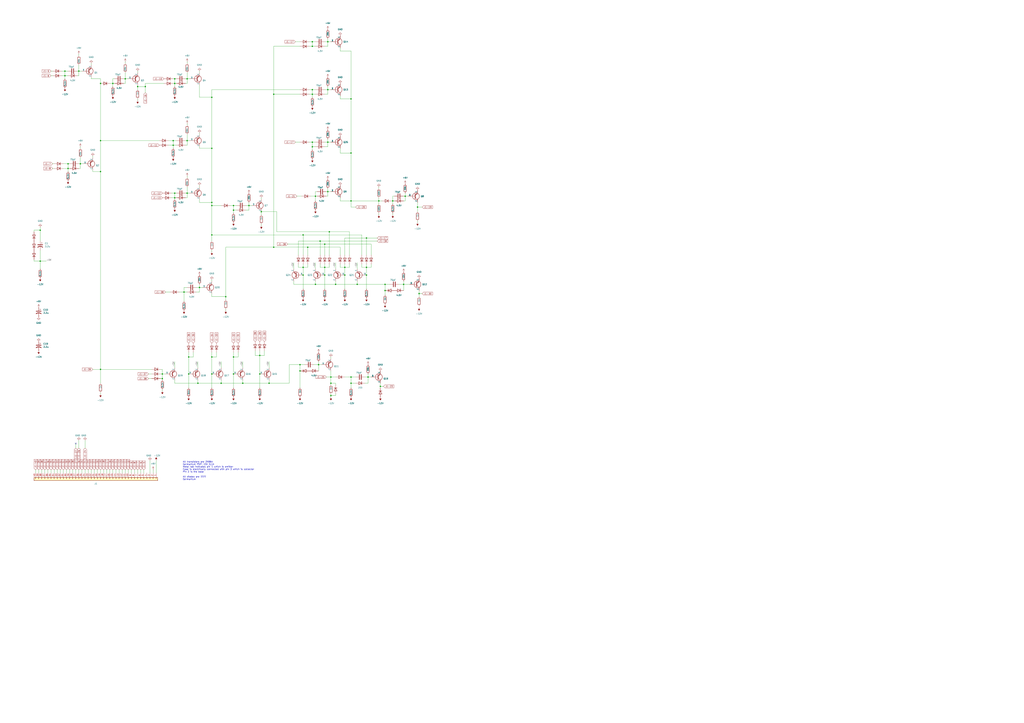
<source format=kicad_sch>
(kicad_sch (version 20250114) (generator "eeschema") (generator_version "9.0")
  (paper "A1")
  (text "All transistors are 2N964\nGermanium PNP, 15V 0.1A\nMetal tab indicates pin 1 which is emitter\nCase is electrically connected with pin 3 which is collector\nPin 2 is the base\n\nAll diodes are ????\nGermanium" (at 150.114 386.842 0) (effects (font (size 1.27 1.27)) (justify left)))
  (junction (at 331.47 233.68))
  (junction (at 185.42 243.84))
  (junction (at 248.92 219.71))
  (junction (at 143.51 64.77))
  (junction (at 259.08 233.68))
  (junction (at 288.29 165.1))
  (junction (at 252.73 203.2))
  (junction (at 153.67 64.77))
  (junction (at 53.34 62.23))
  (junction (at 143.51 68.58))
  (junction (at 153.67 115.57))
  (junction (at 316.23 238.76))
  (junction (at 270.51 190.5))
  (junction (at 33.02 214.63))
  (junction (at 269.24 34.29))
  (junction (at 256.54 116.84))
  (junction (at 64.77 58.42))
  (junction (at 82.55 68.58))
  (junction (at 256.54 34.29))
  (junction (at 261.62 299.72))
  (junction (at 133.35 307.34))
  (junction (at 266.7 226.06))
  (junction (at 269.24 116.84))
  (junction (at 269.24 157.48))
  (junction (at 173.99 80.01))
  (junction (at 151.13 240.03))
  (junction (at 153.67 158.75))
  (junction (at 142.24 115.57))
  (junction (at 300.99 219.71))
  (junction (at 143.51 158.75))
  (junction (at 191.77 172.72))
  (junction (at 256.54 38.1))
  (junction (at 224.79 77.47))
  (junction (at 248.92 193.04))
  (junction (at 302.26 309.88))
  (junction (at 288.29 309.88))
  (junction (at 271.78 309.88))
  (junction (at 259.08 161.29))
  (junction (at 92.71 68.58))
  (junction (at 214.63 173.99))
  (junction (at 173.99 168.91))
  (junction (at 271.78 314.96))
  (junction (at 33.02 189.23))
  (junction (at 133.35 311.15))
  (junction (at 173.99 293.37))
  (junction (at 119.38 71.12))
  (junction (at 82.55 303.53))
  (junction (at 173.99 121.92))
  (junction (at 246.38 299.72))
  (junction (at 191.77 293.37))
  (junction (at 66.04 134.62))
  (junction (at 288.29 81.28))
  (junction (at 204.47 168.91))
  (junction (at 162.56 314.96))
  (junction (at 173.99 166.37))
  (junction (at 288.29 314.96))
  (junction (at 53.34 58.42))
  (junction (at 300.99 195.58))
  (junction (at 266.7 200.66))
  (junction (at 256.54 73.66))
  (junction (at 191.77 307.34))
  (junction (at 248.92 226.06))
  (junction (at 256.54 77.47))
  (junction (at 55.88 134.62))
  (junction (at 181.61 314.96))
  (junction (at 163.83 236.22))
  (junction (at 342.9 170.18))
  (junction (at 142.24 119.38))
  (junction (at 173.99 193.04))
  (junction (at 143.51 162.56))
  (junction (at 199.39 314.96))
  (junction (at 322.58 165.1))
  (junction (at 154.94 307.34))
  (junction (at 173.99 307.34))
  (junction (at 55.88 138.43))
  (junction (at 332.74 161.29))
  (junction (at 300.99 226.06))
  (junction (at 102.87 64.77))
  (junction (at 246.38 304.8))
  (junction (at 113.03 71.12))
  (junction (at 311.15 165.1))
  (junction (at 266.7 219.71))
  (junction (at 191.77 168.91))
  (junction (at 82.55 115.57))
  (junction (at 213.36 292.1))
  (junction (at 262.89 198.12))
  (junction (at 256.54 120.65))
  (junction (at 293.37 233.68))
  (junction (at 275.59 233.68))
  (junction (at 288.29 125.73))
  (junction (at 220.98 314.96))
  (junction (at 344.17 241.3))
  (junction (at 271.78 325.12))
  (junction (at 283.21 226.06))
  (junction (at 316.23 233.68))
  (junction (at 224.79 203.2))
  (junction (at 269.24 73.66))
  (junction (at 283.21 219.71))
  (junction (at 213.36 307.34))
  (junction (at 312.42 317.5))
  (junction (at 82.55 140.97))
  (junction (at 154.94 293.37))
  (no_connect (at 62.23 364.49))
  (wire (pts (xy 57.15 138.43) (xy 55.88 138.43)))
  (wire (pts (xy 195.58 293.37) (xy 191.77 293.37)))
  (wire (pts (xy 269.24 34.29) (xy 269.24 38.1)))
  (wire (pts (xy 237.49 299.72) (xy 246.38 299.72)))
  (wire (pts (xy 162.56 312.42) (xy 162.56 314.96)))
  (wire (pts (xy 125.73 386.08) (xy 125.73 388.62)))
  (wire (pts (xy 269.24 77.47) (xy 269.24 73.66)))
  (wire (pts (xy 173.99 168.91) (xy 173.99 193.04)))
  (wire (pts (xy 64.77 134.62) (xy 66.04 134.62)))
  (wire (pts (xy 82.55 64.77) (xy 82.55 68.58)))
  (wire (pts (xy 151.13 236.22) (xy 151.13 240.03)))
  (wire (pts (xy 209.55 288.29) (xy 209.55 292.1)))
  (wire (pts (xy 143.51 158.75) (xy 143.51 162.56)))
  (wire (pts (xy 50.8 58.42) (xy 53.34 58.42)))
  (wire (pts (xy 242.57 116.84) (xy 246.38 116.84)))
  (wire (pts (xy 123.19 378.46) (xy 123.19 388.62)))
  (wire (pts (xy 54.61 386.08) (xy 54.61 388.62)))
  (wire (pts (xy 288.29 125.73) (xy 288.29 165.1)))
  (wire (pts (xy 173.99 80.01) (xy 173.99 121.92)))
  (wire (pts (xy 173.99 73.66) (xy 246.38 73.66)))
  (wire (pts (xy 269.24 157.48) (xy 269.24 154.94)))
  (wire (pts (xy 31.75 386.08) (xy 31.75 388.62)))
  (wire (pts (xy 143.51 64.77) (xy 143.51 68.58)))
  (wire (pts (xy 297.18 193.04) (xy 248.92 193.04)))
  (wire (pts (xy 156.21 115.57) (xy 153.67 115.57)))
  (wire (pts (xy 243.84 161.29) (xy 247.65 161.29)))
  (wire (pts (xy 245.11 217.17) (xy 245.11 219.71)))
  (wire (pts (xy 269.24 114.3) (xy 269.24 116.84)))
  (wire (pts (xy 220.98 314.96) (xy 237.49 314.96)))
  (wire (pts (xy 147.32 240.03) (xy 151.13 240.03)))
  (wire (pts (xy 275.59 325.12) (xy 271.78 325.12)))
  (wire (pts (xy 144.78 158.75) (xy 143.51 158.75)))
  (wire (pts (xy 152.4 119.38) (xy 153.67 119.38)))
  (wire (pts (xy 260.35 161.29) (xy 259.08 161.29)))
  (wire (pts (xy 311.15 176.53) (xy 311.15 175.26)))
  (wire (pts (xy 275.59 215.9) (xy 275.59 220.98)))
  (wire (pts (xy 331.47 161.29) (xy 332.74 161.29)))
  (wire (pts (xy 63.5 62.23) (xy 64.77 62.23)))
  (wire (pts (xy 332.74 161.29) (xy 332.74 165.1)))
  (wire (pts (xy 55.88 138.43) (xy 55.88 140.97)))
  (wire (pts (xy 269.24 71.12) (xy 269.24 73.66)))
  (wire (pts (xy 173.99 293.37) (xy 173.99 307.34)))
  (wire (pts (xy 293.37 215.9) (xy 293.37 220.98)))
  (wire (pts (xy 191.77 293.37) (xy 191.77 289.56)))
  (wire (pts (xy 288.29 165.1) (xy 311.15 165.1)))
  (wire (pts (xy 270.51 209.55) (xy 270.51 190.5)))
  (wire (pts (xy 217.17 292.1) (xy 213.36 292.1)))
  (wire (pts (xy 283.21 309.88) (xy 288.29 309.88)))
  (wire (pts (xy 279.4 78.74) (xy 279.4 81.28)))
  (wire (pts (xy 237.49 299.72) (xy 237.49 314.96)))
  (wire (pts (xy 29.21 386.08) (xy 29.21 388.62)))
  (wire (pts (xy 297.18 217.17) (xy 297.18 219.71)))
  (wire (pts (xy 224.79 203.2) (xy 252.73 203.2)))
  (wire (pts (xy 87.63 386.08) (xy 87.63 388.62)))
  (wire (pts (xy 135.89 240.03) (xy 139.7 240.03)))
  (wire (pts (xy 256.54 38.1) (xy 256.54 34.29)))
  (wire (pts (xy 50.8 62.23) (xy 53.34 62.23)))
  (wire (pts (xy 74.93 64.77) (xy 74.93 63.5)))
  (wire (pts (xy 248.92 219.71) (xy 248.92 226.06)))
  (wire (pts (xy 266.7 77.47) (xy 269.24 77.47)))
  (wire (pts (xy 64.77 361.95) (xy 64.77 368.3)))
  (wire (pts (xy 204.47 172.72) (xy 204.47 168.91)))
  (wire (pts (xy 266.7 219.71) (xy 266.7 226.06)))
  (wire (pts (xy 293.37 233.68) (xy 316.23 233.68)))
  (wire (pts (xy 271.78 304.8) (xy 271.78 309.88)))
  (wire (pts (xy 140.97 158.75) (xy 143.51 158.75)))
  (wire (pts (xy 227.33 190.5) (xy 270.51 190.5)))
  (wire (pts (xy 34.29 386.08) (xy 34.29 388.62)))
  (wire (pts (xy 27.94 190.5) (xy 27.94 189.23)))
  (wire (pts (xy 41.91 62.23) (xy 43.18 62.23)))
  (wire (pts (xy 156.21 158.75) (xy 153.67 158.75)))
  (wire (pts (xy 53.34 58.42) (xy 55.88 58.42)))
  (wire (pts (xy 181.61 297.18) (xy 181.61 302.26)))
  (wire (pts (xy 199.39 297.18) (xy 199.39 302.26)))
  (wire (pts (xy 66.04 134.62) (xy 66.04 129.54)))
  (wire (pts (xy 113.03 81.28) (xy 113.03 82.55)))
  (wire (pts (xy 224.79 38.1) (xy 224.79 77.47)))
  (wire (pts (xy 322.58 161.29) (xy 322.58 165.1)))
  (wire (pts (xy 177.8 289.56) (xy 177.8 293.37)))
  (wire (pts (xy 279.4 39.37) (xy 279.4 41.91)))
  (wire (pts (xy 143.51 297.18) (xy 143.51 302.26)))
  (wire (pts (xy 288.29 314.96) (xy 292.1 314.96)))
  (wire (pts (xy 312.42 317.5) (xy 312.42 318.77)))
  (wire (pts (xy 259.08 161.29) (xy 259.08 165.1)))
  (wire (pts (xy 297.18 219.71) (xy 300.99 219.71)))
  (wire (pts (xy 121.92 311.15) (xy 124.46 311.15)))
  (wire (pts (xy 288.29 309.88) (xy 292.1 309.88)))
  (wire (pts (xy 224.79 77.47) (xy 224.79 203.2)))
  (wire (pts (xy 266.7 226.06) (xy 266.7 237.49)))
  (wire (pts (xy 260.35 157.48) (xy 259.08 157.48)))
  (wire (pts (xy 76.2 140.97) (xy 82.55 140.97)))
  (wire (pts (xy 266.7 73.66) (xy 269.24 73.66)))
  (wire (pts (xy 82.55 303.53) (xy 82.55 314.96)))
  (wire (pts (xy 262.89 198.12) (xy 245.11 198.12)))
  (wire (pts (xy 259.08 73.66) (xy 256.54 73.66)))
  (wire (pts (xy 259.08 38.1) (xy 256.54 38.1)))
  (wire (pts (xy 267.97 157.48) (xy 269.24 157.48)))
  (wire (pts (xy 227.33 173.99) (xy 214.63 173.99)))
  (wire (pts (xy 173.99 168.91) (xy 181.61 168.91)))
  (wire (pts (xy 185.42 203.2) (xy 185.42 243.84)))
  (wire (pts (xy 92.71 68.58) (xy 92.71 71.12)))
  (wire (pts (xy 53.34 62.23) (xy 53.34 64.77)))
  (wire (pts (xy 153.67 115.57) (xy 153.67 119.38)))
  (wire (pts (xy 300.99 209.55) (xy 300.99 195.58)))
  (wire (pts (xy 269.24 157.48) (xy 269.24 161.29)))
  (wire (pts (xy 261.62 297.18) (xy 261.62 299.72)))
  (wire (pts (xy 173.99 80.01) (xy 163.83 80.01)))
  (wire (pts (xy 293.37 233.68) (xy 275.59 233.68)))
  (wire (pts (xy 93.98 68.58) (xy 92.71 68.58)))
  (wire (pts (xy 162.56 297.18) (xy 162.56 302.26)))
  (wire (pts (xy 82.55 64.77) (xy 74.93 64.77)))
  (wire (pts (xy 55.88 134.62) (xy 55.88 138.43)))
  (wire (pts (xy 241.3 231.14) (xy 241.3 233.68)))
  (wire (pts (xy 269.24 31.75) (xy 269.24 34.29)))
  (wire (pts (xy 271.78 314.96) (xy 271.78 316.23)))
  (wire (pts (xy 241.3 215.9) (xy 241.3 220.98)))
  (wire (pts (xy 138.43 115.57) (xy 142.24 115.57)))
  (wire (pts (xy 185.42 254) (xy 185.42 255.27)))
  (wire (pts (xy 49.53 386.08) (xy 49.53 388.62)))
  (wire (pts (xy 163.83 153.67) (xy 163.83 152.4)))
  (wire (pts (xy 41.91 58.42) (xy 43.18 58.42)))
  (wire (pts (xy 344.17 241.3) (xy 344.17 238.76)))
  (wire (pts (xy 283.21 219.71) (xy 283.21 226.06)))
  (wire (pts (xy 270.51 190.5) (xy 287.02 190.5)))
  (wire (pts (xy 173.99 80.01) (xy 173.99 73.66)))
  (wire (pts (xy 195.58 289.56) (xy 195.58 293.37)))
  (wire (pts (xy 66.04 134.62) (xy 66.04 138.43)))
  (wire (pts (xy 166.37 236.22) (xy 163.83 236.22)))
  (wire (pts (xy 154.94 293.37) (xy 154.94 289.56)))
  (wire (pts (xy 173.99 121.92) (xy 173.99 166.37)))
  (wire (pts (xy 36.83 386.08) (xy 36.83 388.62)))
  (wire (pts (xy 322.58 165.1) (xy 322.58 167.64)))
  (wire (pts (xy 248.92 219.71) (xy 248.92 217.17)))
  (wire (pts (xy 153.67 115.57) (xy 153.67 110.49)))
  (wire (pts (xy 256.54 77.47) (xy 259.08 77.47)))
  (wire (pts (xy 300.99 195.58) (xy 309.88 195.58)))
  (wire (pts (xy 321.31 165.1) (xy 322.58 165.1)))
  (wire (pts (xy 173.99 307.34) (xy 173.99 318.77)))
  (wire (pts (xy 259.08 215.9) (xy 259.08 220.98)))
  (wire (pts (xy 154.94 307.34) (xy 154.94 318.77)))
  (wire (pts (xy 236.22 200.66) (xy 266.7 200.66)))
  (wire (pts (xy 27.94 214.63) (xy 33.02 214.63)))
  (wire (pts (xy 82.55 386.08) (xy 82.55 388.62)))
  (wire (pts (xy 102.87 64.77) (xy 102.87 68.58)))
  (wire (pts (xy 204.47 166.37) (xy 204.47 168.91)))
  (wire (pts (xy 201.93 172.72) (xy 204.47 172.72)))
  (wire (pts (xy 62.23 364.49) (xy 62.23 368.3)))
  (wire (pts (xy 252.73 217.17) (xy 252.73 219.71)))
  (wire (pts (xy 115.57 386.08) (xy 115.57 388.62)))
  (wire (pts (xy 33.02 189.23) (xy 33.02 198.12)))
  (wire (pts (xy 194.31 168.91) (xy 191.77 168.91)))
  (wire (pts (xy 264.16 299.72) (xy 261.62 299.72)))
  (wire (pts (xy 113.03 386.08) (xy 113.03 388.62)))
  (wire (pts (xy 316.23 238.76) (xy 316.23 242.57)))
  (wire (pts (xy 140.97 162.56) (xy 143.51 162.56)))
  (wire (pts (xy 250.19 299.72) (xy 246.38 299.72)))
  (wire (pts (xy 342.9 181.61) (xy 342.9 182.88)))
  (wire (pts (xy 316.23 233.68) (xy 320.04 233.68)))
  (wire (pts (xy 67.31 386.08) (xy 67.31 388.62)))
  (wire (pts (xy 52.07 134.62) (xy 55.88 134.62)))
  (wire (pts (xy 27.94 213.36) (xy 27.94 214.63)))
  (wire (pts (xy 128.27 378.46) (xy 128.27 388.62)))
  (wire (pts (xy 152.4 64.77) (xy 153.67 64.77)))
  (wire (pts (xy 113.03 71.12) (xy 119.38 71.12)))
  (wire (pts (xy 33.02 186.69) (xy 33.02 189.23)))
  (wire (pts (xy 304.8 219.71) (xy 300.99 219.71)))
  (wire (pts (xy 181.61 314.96) (xy 162.56 314.96)))
  (wire (pts (xy 300.99 226.06) (xy 300.99 237.49)))
  (wire (pts (xy 153.67 240.03) (xy 151.13 240.03)))
  (wire (pts (xy 158.75 293.37) (xy 154.94 293.37)))
  (wire (pts (xy 133.35 311.15) (xy 132.08 311.15)))
  (wire (pts (xy 113.03 58.42) (xy 113.03 59.69)))
  (wire (pts (xy 33.02 214.63) (xy 33.02 220.98)))
  (wire (pts (xy 279.4 219.71) (xy 283.21 219.71)))
  (wire (pts (xy 267.97 309.88) (xy 271.78 309.88)))
  (wire (pts (xy 133.35 303.53) (xy 133.35 307.34)))
  (wire (pts (xy 316.23 238.76) (xy 316.23 233.68)))
  (wire (pts (xy 256.54 116.84) (xy 259.08 116.84)))
  (wire (pts (xy 227.33 190.5) (xy 227.33 173.99)))
  (wire (pts (xy 261.62 299.72) (xy 261.62 304.8)))
  (wire (pts (xy 163.83 240.03) (xy 163.83 236.22)))
  (wire (pts (xy 279.4 162.56) (xy 279.4 165.1)))
  (wire (pts (xy 163.83 166.37) (xy 173.99 166.37)))
  (wire (pts (xy 271.78 325.12) (xy 271.78 326.39)))
  (wire (pts (xy 267.97 161.29) (xy 269.24 161.29)))
  (wire (pts (xy 153.67 144.78) (xy 153.67 146.05)))
  (wire (pts (xy 92.71 64.77) (xy 92.71 68.58)))
  (wire (pts (xy 256.54 116.84) (xy 256.54 120.65)))
  (wire (pts (xy 93.98 64.77) (xy 92.71 64.77)))
  (wire (pts (xy 163.83 121.92) (xy 173.99 121.92)))
  (wire (pts (xy 144.78 162.56) (xy 143.51 162.56)))
  (wire (pts (xy 113.03 69.85) (xy 113.03 71.12)))
  (wire (pts (xy 204.47 168.91) (xy 207.01 168.91)))
  (wire (pts (xy 300.99 219.71) (xy 300.99 217.17)))
  (wire (pts (xy 191.77 172.72) (xy 191.77 175.26)))
  (wire (pts (xy 254 38.1) (xy 256.54 38.1)))
  (wire (pts (xy 163.83 163.83) (xy 163.83 166.37)))
  (wire (pts (xy 144.78 115.57) (xy 142.24 115.57)))
  (wire (pts (xy 262.89 219.71) (xy 266.7 219.71)))
  (wire (pts (xy 90.17 68.58) (xy 92.71 68.58)))
  (wire (pts (xy 119.38 68.58) (xy 134.62 68.58)))
  (wire (pts (xy 269.24 116.84) (xy 271.78 116.84)))
  (wire (pts (xy 224.79 38.1) (xy 246.38 38.1)))
  (wire (pts (xy 161.29 240.03) (xy 163.83 240.03)))
  (wire (pts (xy 336.55 233.68) (xy 331.47 233.68)))
  (wire (pts (xy 271.78 323.85) (xy 271.78 325.12)))
  (wire (pts (xy 173.99 229.87) (xy 173.99 231.14)))
  (wire (pts (xy 132.08 307.34) (xy 133.35 307.34)))
  (wire (pts (xy 314.96 317.5) (xy 312.42 317.5)))
  (wire (pts (xy 245.11 198.12) (xy 245.11 209.55)))
  (wire (pts (xy 279.4 81.28) (xy 288.29 81.28)))
  (wire (pts (xy 214.63 184.15) (xy 214.63 185.42)))
  (wire (pts (xy 201.93 168.91) (xy 204.47 168.91)))
  (wire (pts (xy 262.89 217.17) (xy 262.89 219.71)))
  (wire (pts (xy 269.24 73.66) (xy 271.78 73.66)))
  (wire (pts (xy 76.2 139.7) (xy 76.2 140.97)))
  (wire (pts (xy 142.24 119.38) (xy 142.24 115.57)))
  (wire (pts (xy 64.77 58.42) (xy 64.77 62.23)))
  (wire (pts (xy 27.94 189.23) (xy 33.02 189.23)))
  (wire (pts (xy 66.04 120.65) (xy 66.04 121.92)))
  (wire (pts (xy 153.67 50.8) (xy 153.67 52.07)))
  (wire (pts (xy 64.77 386.08) (xy 64.77 388.62)))
  (wire (pts (xy 63.5 58.42) (xy 64.77 58.42)))
  (wire (pts (xy 254 77.47) (xy 256.54 77.47)))
  (wire (pts (xy 254 73.66) (xy 256.54 73.66)))
  (wire (pts (xy 52.07 138.43) (xy 55.88 138.43)))
  (wire (pts (xy 224.79 77.47) (xy 246.38 77.47)))
  (wire (pts (xy 64.77 44.45) (xy 64.77 45.72)))
  (wire (pts (xy 252.73 203.2) (xy 279.4 203.2)))
  (wire (pts (xy 191.77 307.34) (xy 191.77 318.77)))
  (wire (pts (xy 214.63 173.99) (xy 214.63 176.53)))
  (wire (pts (xy 173.99 193.04) (xy 173.99 198.12)))
  (wire (pts (xy 153.67 64.77) (xy 153.67 59.69)))
  (wire (pts (xy 102.87 50.8) (xy 102.87 52.07)))
  (wire (pts (xy 287.02 217.17) (xy 287.02 219.71)))
  (wire (pts (xy 64.77 53.34) (xy 64.77 58.42)))
  (wire (pts (xy 154.94 293.37) (xy 154.94 307.34)))
  (wire (pts (xy 214.63 162.56) (xy 214.63 163.83)))
  (wire (pts (xy 311.15 153.67) (xy 311.15 154.94)))
  (wire (pts (xy 191.77 168.91) (xy 191.77 172.72)))
  (wire (pts (xy 275.59 316.23) (xy 275.59 314.96)))
  (wire (pts (xy 252.73 209.55) (xy 252.73 203.2)))
  (wire (pts (xy 113.03 71.12) (xy 113.03 73.66)))
  (wire (pts (xy 275.59 323.85) (xy 275.59 325.12)))
  (wire (pts (xy 153.67 158.75) (xy 153.67 162.56)))
  (wire (pts (xy 92.71 386.08) (xy 92.71 388.62)))
  (wire (pts (xy 217.17 288.29) (xy 217.17 292.1)))
  (wire (pts (xy 266.7 200.66) (xy 266.7 209.55)))
  (wire (pts (xy 302.26 314.96) (xy 302.26 309.88)))
  (wire (pts (xy 152.4 68.58) (xy 153.67 68.58)))
  (wire (pts (xy 246.38 299.72) (xy 246.38 304.8)))
  (wire (pts (xy 107.95 386.08) (xy 107.95 388.62)))
  (wire (pts (xy 163.83 59.69) (xy 163.83 58.42)))
  (wire (pts (xy 119.38 68.58) (xy 119.38 71.12)))
  (wire (pts (xy 342.9 170.18) (xy 342.9 173.99)))
  (wire (pts (xy 304.8 217.17) (xy 304.8 219.71)))
  (wire (pts (xy 185.42 243.84) (xy 185.42 246.38)))
  (wire (pts (xy 152.4 162.56) (xy 153.67 162.56)))
  (wire (pts (xy 57.15 134.62) (xy 55.88 134.62)))
  (wire (pts (xy 118.11 386.08) (xy 118.11 388.62)))
  (wire (pts (xy 119.38 71.12) (xy 119.38 76.2)))
  (wire (pts (xy 288.29 309.88) (xy 288.29 314.96)))
  (wire (pts (xy 142.24 119.38) (xy 142.24 121.92)))
  (wire (pts (xy 266.7 219.71) (xy 266.7 217.17)))
  (wire (pts (xy 185.42 203.2) (xy 224.79 203.2)))
  (wire (pts (xy 177.8 293.37) (xy 173.99 293.37)))
  (wire (pts (xy 293.37 231.14) (xy 293.37 233.68)))
  (wire (pts (xy 288.29 81.28) (xy 288.29 125.73)))
  (wire (pts (xy 287.02 219.71) (xy 283.21 219.71)))
  (wire (pts (xy 133.35 307.34) (xy 133.35 311.15)))
  (wire (pts (xy 74.93 53.34) (xy 74.93 52.07)))
  (wire (pts (xy 189.23 168.91) (xy 191.77 168.91)))
  (wire (pts (xy 312.42 317.5) (xy 312.42 314.96)))
  (wire (pts (xy 181.61 312.42) (xy 181.61 314.96)))
  (wire (pts (xy 245.11 219.71) (xy 248.92 219.71)))
  (wire (pts (xy 102.87 59.69) (xy 102.87 64.77)))
  (wire (pts (xy 143.51 314.96) (xy 143.51 312.42)))
  (wire (pts (xy 152.4 158.75) (xy 153.67 158.75)))
  (wire (pts (xy 82.55 115.57) (xy 130.81 115.57)))
  (wire (pts (xy 173.99 243.84) (xy 185.42 243.84)))
  (wire (pts (xy 46.99 386.08) (xy 46.99 388.62)))
  (wire (pts (xy 152.4 115.57) (xy 153.67 115.57)))
  (wire (pts (xy 199.39 314.96) (xy 181.61 314.96)))
  (wire (pts (xy 259.08 231.14) (xy 259.08 233.68)))
  (wire (pts (xy 69.85 386.08) (xy 69.85 388.62)))
  (wire (pts (xy 256.54 73.66) (xy 256.54 77.47)))
  (wire (pts (xy 283.21 226.06) (xy 283.21 237.49)))
  (wire (pts (xy 38.1 214.63) (xy 33.02 214.63)))
  (wire (pts (xy 271.78 294.64) (xy 271.78 293.37)))
  (wire (pts (xy 279.4 217.17) (xy 279.4 219.71)))
  (wire (pts (xy 275.59 314.96) (xy 271.78 314.96)))
  (wire (pts (xy 163.83 80.01) (xy 163.83 69.85)))
  (wire (pts (xy 199.39 314.96) (xy 220.98 314.96)))
  (wire (pts (xy 138.43 119.38) (xy 142.24 119.38)))
  (wire (pts (xy 80.01 386.08) (xy 80.01 388.62)))
  (wire (pts (xy 132.08 303.53) (xy 133.35 303.53)))
  (wire (pts (xy 248.92 226.06) (xy 248.92 237.49)))
  (wire (pts (xy 344.17 241.3) (xy 344.17 243.84)))
  (wire (pts (xy 266.7 116.84) (xy 269.24 116.84)))
  (wire (pts (xy 269.24 120.65) (xy 269.24 116.84)))
  (wire (pts (xy 327.66 233.68) (xy 331.47 233.68)))
  (wire (pts (xy 85.09 386.08) (xy 85.09 388.62)))
  (wire (pts (xy 342.9 166.37) (xy 342.9 170.18)))
  (wire (pts (xy 82.55 68.58) (xy 82.55 115.57)))
  (wire (pts (xy 255.27 161.29) (xy 259.08 161.29)))
  (wire (pts (xy 143.51 68.58) (xy 143.51 71.12)))
  (wire (pts (xy 143.51 162.56) (xy 143.51 163.83)))
  (wire (pts (xy 322.58 176.53) (xy 322.58 175.26)))
  (wire (pts (xy 105.41 386.08) (xy 105.41 388.62)))
  (wire (pts (xy 64.77 138.43) (xy 66.04 138.43)))
  (wire (pts (xy 331.47 233.68) (xy 331.47 238.76)))
  (wire (pts (xy 53.34 62.23) (xy 55.88 62.23)))
  (wire (pts (xy 153.67 101.6) (xy 153.67 102.87)))
  (wire (pts (xy 302.26 309.88) (xy 304.8 309.88)))
  (wire (pts (xy 161.29 236.22) (xy 163.83 236.22)))
  (wire (pts (xy 33.02 214.63) (xy 33.02 205.74)))
  (wire (pts (xy 213.36 292.1) (xy 213.36 307.34)))
  (wire (pts (xy 163.83 110.49) (xy 163.83 109.22)))
  (wire (pts (xy 142.24 68.58) (xy 143.51 68.58)))
  (wire (pts (xy 133.35 307.34) (xy 135.89 307.34)))
  (wire (pts (xy 57.15 386.08) (xy 57.15 388.62)))
  (wire (pts (xy 283.21 219.71) (xy 283.21 217.17)))
  (wire (pts (xy 270.51 217.17) (xy 270.51 219.71)))
  (wire (pts (xy 74.93 386.08) (xy 74.93 388.62)))
  (wire (pts (xy 173.99 241.3) (xy 173.99 243.84)))
  (wire (pts (xy 300.99 219.71) (xy 300.99 226.06)))
  (wire (pts (xy 311.15 165.1) (xy 311.15 167.64)))
  (wire (pts (xy 270.51 219.71) (xy 266.7 219.71)))
  (wire (pts (xy 279.4 121.92) (xy 279.4 125.73)))
  (wire (pts (xy 248.92 193.04) (xy 248.92 209.55)))
  (wire (pts (xy 254 116.84) (xy 256.54 116.84)))
  (wire (pts (xy 110.49 386.08) (xy 110.49 388.62)))
  (wire (pts (xy 332.74 161.29) (xy 332.74 158.75)))
  (wire (pts (xy 101.6 68.58) (xy 102.87 68.58)))
  (wire (pts (xy 163.83 236.22) (xy 163.83 233.68)))
  (wire (pts (xy 288.29 41.91) (xy 288.29 81.28)))
  (wire (pts (xy 102.87 386.08) (xy 102.87 388.62)))
  (wire (pts (xy 82.55 322.58) (xy 82.55 323.85)))
  (wire (pts (xy 256.54 80.01) (xy 256.54 77.47)))
  (wire (pts (xy 256.54 120.65) (xy 259.08 120.65)))
  (wire (pts (xy 43.18 134.62) (xy 44.45 134.62)))
  (wire (pts (xy 162.56 314.96) (xy 143.51 314.96)))
  (wire (pts (xy 242.57 34.29) (xy 246.38 34.29)))
  (wire (pts (xy 266.7 120.65) (xy 269.24 120.65)))
  (wire (pts (xy 220.98 312.42) (xy 220.98 314.96)))
  (wire (pts (xy 191.77 293.37) (xy 191.77 307.34)))
  (wire (pts (xy 275.59 231.14) (xy 275.59 233.68)))
  (wire (pts (xy 252.73 219.71) (xy 248.92 219.71)))
  (wire (pts (xy 279.4 165.1) (xy 288.29 165.1)))
  (wire (pts (xy 62.23 386.08) (xy 62.23 388.62)))
  (wire (pts (xy 300.99 195.58) (xy 283.21 195.58)))
  (wire (pts (xy 259.08 233.68) (xy 241.3 233.68)))
  (wire (pts (xy 124.46 303.53) (xy 82.55 303.53)))
  (wire (pts (xy 302.26 307.34) (xy 302.26 309.88)))
  (wire (pts (xy 257.81 299.72) (xy 261.62 299.72)))
  (wire (pts (xy 309.88 198.12) (xy 262.89 198.12)))
  (wire (pts (xy 283.21 195.58) (xy 283.21 209.55)))
  (wire (pts (xy 271.78 309.88) (xy 271.78 314.96)))
  (wire (pts (xy 41.91 386.08) (xy 41.91 388.62)))
  (wire (pts (xy 133.35 321.31) (xy 133.35 320.04)))
  (wire (pts (xy 304.8 209.55) (xy 304.8 200.66)))
  (wire (pts (xy 323.85 165.1) (xy 322.58 165.1)))
  (wire (pts (xy 102.87 64.77) (xy 105.41 64.77)))
  (wire (pts (xy 194.31 172.72) (xy 191.77 172.72)))
  (wire (pts (xy 346.71 241.3) (xy 344.17 241.3)))
  (wire (pts (xy 173.99 193.04) (xy 248.92 193.04)))
  (wire (pts (xy 266.7 34.29) (xy 269.24 34.29)))
  (wire (pts (xy 279.4 125.73) (xy 288.29 125.73)))
  (wire (pts (xy 121.92 307.34) (xy 124.46 307.34)))
  (wire (pts (xy 76.2 303.53) (xy 82.55 303.53)))
  (wire (pts (xy 100.33 386.08) (xy 100.33 388.62)))
  (wire (pts (xy 304.8 200.66) (xy 266.7 200.66)))
  (wire (pts (xy 256.54 34.29) (xy 259.08 34.29)))
  (wire (pts (xy 163.83 120.65) (xy 163.83 121.92)))
  (wire (pts (xy 279.4 203.2) (xy 279.4 209.55)))
  (wire (pts (xy 271.78 309.88) (xy 275.59 309.88)))
  (wire (pts (xy 297.18 209.55) (xy 297.18 193.04)))
  (wire (pts (xy 143.51 68.58) (xy 144.78 68.58)))
  (wire (pts (xy 271.78 157.48) (xy 269.24 157.48)))
  (wire (pts (xy 213.36 292.1) (xy 213.36 288.29)))
  (wire (pts (xy 262.89 198.12) (xy 262.89 209.55)))
  (wire (pts (xy 173.99 166.37) (xy 173.99 168.91)))
  (wire (pts (xy 335.28 161.29) (xy 332.74 161.29)))
  (wire (pts (xy 213.36 307.34) (xy 213.36 318.77)))
  (wire (pts (xy 302.26 309.88) (xy 299.72 309.88)))
  (wire (pts (xy 59.69 386.08) (xy 59.69 388.62)))
  (wire (pts (xy 101.6 64.77) (xy 102.87 64.77)))
  (wire (pts (xy 142.24 64.77) (xy 143.51 64.77)))
  (wire (pts (xy 269.24 34.29) (xy 271.78 34.29)))
  (wire (pts (xy 173.99 293.37) (xy 173.99 289.56)))
  (wire (pts (xy 151.13 240.03) (xy 151.13 247.65)))
  (wire (pts (xy 323.85 161.29) (xy 322.58 161.29)))
  (wire (pts (xy 52.07 386.08) (xy 52.07 388.62)))
  (wire (pts (xy 153.67 158.75) (xy 153.67 153.67)))
  (wire (pts (xy 288.29 314.96) (xy 288.29 318.77)))
  (wire (pts (xy 288.29 170.18) (xy 288.29 165.1)))
  (wire (pts (xy 82.55 140.97) (xy 82.55 303.53)))
  (wire (pts (xy 266.7 38.1) (xy 269.24 38.1)))
  (wire (pts (xy 299.72 314.96) (xy 302.26 314.96)))
  (wire (pts (xy 158.75 289.56) (xy 158.75 293.37)))
  (wire (pts (xy 39.37 386.08) (xy 39.37 388.62)))
  (wire (pts (xy 72.39 386.08) (xy 72.39 388.62)))
  (wire (pts (xy 275.59 233.68) (xy 259.08 233.68)))
  (wire (pts (xy 82.55 115.57) (xy 82.55 140.97)))
  (wire (pts (xy 331.47 231.14) (xy 331.47 233.68)))
  (wire (pts (xy 44.45 386.08) (xy 44.45 388.62)))
  (wire (pts (xy 144.78 64.77) (xy 143.51 64.77)))
  (wire (pts (xy 279.4 41.91) (xy 288.29 41.91)))
  (wire (pts (xy 311.15 162.56) (xy 311.15 165.1)))
  (wire (pts (xy 69.85 361.95) (xy 69.85 368.3)))
  (wire (pts (xy 287.02 190.5) (xy 287.02 209.55)))
  (wire (pts (xy 331.47 165.1) (xy 332.74 165.1)))
  (wire (pts (xy 292.1 170.18) (xy 288.29 170.18)))
  (wire (pts (xy 90.17 386.08) (xy 90.17 388.62)))
  (wire (pts (xy 43.18 138.43) (xy 44.45 138.43)))
  (wire (pts (xy 53.34 58.42) (xy 53.34 62.23)))
  (wire (pts (xy 173.99 205.74) (xy 173.99 207.01)))
  (wire (pts (xy 153.67 64.77) (xy 153.67 68.58)))
  (wire (pts (xy 342.9 170.18) (xy 346.71 170.18)))
  (wire (pts (xy 64.77 58.42) (xy 67.31 58.42)))
  (wire (pts (xy 95.25 386.08) (xy 95.25 388.62)))
  (wire (pts (xy 311.15 165.1) (xy 313.69 165.1)))
  (wire (pts (xy 97.79 386.08) (xy 97.79 388.62)))
  (wire (pts (xy 76.2 129.54) (xy 76.2 128.27)))
  (wire (pts (xy 133.35 311.15) (xy 133.35 312.42)))
  (wire (pts (xy 256.54 123.19) (xy 256.54 120.65)))
  (wire (pts (xy 209.55 292.1) (xy 213.36 292.1)))
  (wire (pts (xy 156.21 64.77) (xy 153.67 64.77)))
  (wire (pts (xy 199.39 312.42) (xy 199.39 314.96)))
  (wire (pts (xy 153.67 236.22) (xy 151.13 236.22)))
  (wire (pts (xy 220.98 297.18) (xy 220.98 302.26)))
  (wire (pts (xy 254 34.29) (xy 256.54 34.29)))
  (wire (pts (xy 68.58 134.62) (xy 66.04 134.62)))
  (wire (pts (xy 142.24 119.38) (xy 144.78 119.38)))
  (wire (pts (xy 77.47 386.08) (xy 77.47 388.62)))
  (wire (pts (xy 259.08 161.29) (xy 259.08 157.48)))
  (wire (pts (xy 246.38 304.8) (xy 246.38 318.77)))
  (label "-1V" (at 275.59 215.9 270))
  (label "-1V" (at 38.1 214.63 0))
  (label "-1V" (at 241.3 215.9 270))
  (label "-1V" (at 143.51 297.18 270))
  (label "-1V" (at 199.39 297.18 270))
  (label "-1V" (at 181.61 297.18 270))
  (label "-1V" (at 162.56 297.18 270))
  (label "-1V" (at 259.08 215.9 270))
  (label "-1V" (at 293.37 215.9 270))
  (label "-1V" (at 220.98 297.18 270))
  (global_label "J1-22" (shape input) (at 74.93 386.08 90) (property "Intersheetrefs" "${INTERSHEET_REFS}" (effects (hide yes))))
  (global_label "J1-7" (shape input) (at 43.18 134.62 180) (property "Intersheetrefs" "${INTERSHEET_REFS}" (effects (hide yes))))
  (global_label "J1-6" (shape input) (at 41.91 62.23 180) (property "Intersheetrefs" "${INTERSHEET_REFS}" (effects (hide yes))))
  (global_label "J1-28" (shape input) (at 59.69 386.08 90) (property "Intersheetrefs" "${INTERSHEET_REFS}" (effects (hide yes))))
  (global_label "J1-12" (shape input) (at 100.33 386.08 90) (property "Intersheetrefs" "${INTERSHEET_REFS}" (effects (hide yes))))
  (global_label "J1-8" (shape input) (at 43.18 138.43 180) (property "Intersheetrefs" "${INTERSHEET_REFS}" (effects (hide yes))))
  (global_label "J1-29" (shape input) (at 213.36 280.67 90) (property "Intersheetrefs" "${INTERSHEET_REFS}" (effects (hide yes))))
  (global_label "J1-12" (shape input) (at 133.35 158.75 180) (property "Intersheetrefs" "${INTERSHEET_REFS}" (effects (hide yes))))
  (global_label "J1-39" (shape input) (at 76.2 303.53 180) (property "Intersheetrefs" "${INTERSHEET_REFS}" (effects (hide yes))))
  (global_label "J1-38" (shape input) (at 135.89 240.03 180) (property "Intersheetrefs" "${INTERSHEET_REFS}" (effects (hide yes))))
  (global_label "J1-38" (shape input) (at 34.29 386.08 90) (property "Intersheetrefs" "${INTERSHEET_REFS}" (effects (hide yes))))
  (global_label "J1-5" (shape input) (at 118.11 386.08 90) (property "Intersheetrefs" "${INTERSHEET_REFS}" (effects (hide yes))))
  (global_label "J1-38" (shape input) (at 121.92 311.15 180) (property "Intersheetrefs" "${INTERSHEET_REFS}" (effects (hide yes))))
  (global_label "J1-5" (shape input) (at 41.91 58.42 180) (property "Intersheetrefs" "${INTERSHEET_REFS}" (effects (hide yes))))
  (global_label "J1-21" (shape input) (at 243.84 161.29 180) (property "Intersheetrefs" "${INTERSHEET_REFS}" (effects (hide yes))))
  (global_label "J1-6" (shape input) (at 115.57 386.08 90) (property "Intersheetrefs" "${INTERSHEET_REFS}" (effects (hide yes))))
  (global_label "J1-25" (shape input) (at 267.97 309.88 180) (property "Intersheetrefs" "${INTERSHEET_REFS}" (effects (hide yes))))
  (global_label "J1-18" (shape input) (at 309.88 198.12 0) (property "Intersheetrefs" "${INTERSHEET_REFS}" (effects (hide yes))))
  (global_label "J1-11" (shape input) (at 102.87 386.08 90) (property "Intersheetrefs" "${INTERSHEET_REFS}" (effects (hide yes))))
  (global_label "J1-20" (shape input) (at 80.01 386.08 90) (property "Intersheetrefs" "${INTERSHEET_REFS}" (effects (hide yes))))
  (global_label "J1-16" (shape input) (at 90.17 386.08 90) (property "Intersheetrefs" "${INTERSHEET_REFS}" (effects (hide yes))))
  (global_label "J1-39" (shape input) (at 31.75 386.08 90) (property "Intersheetrefs" "${INTERSHEET_REFS}" (effects (hide yes))))
  (global_label "J1-15" (shape input) (at 92.71 386.08 90) (property "Intersheetrefs" "${INTERSHEET_REFS}" (effects (hide yes))))
  (global_label "J1-26" (shape input) (at 64.77 386.08 90) (property "Intersheetrefs" "${INTERSHEET_REFS}" (effects (hide yes))))
  (global_label "J1-26" (shape input) (at 64.77 368.3 270) (property "Intersheetrefs" "${INTERSHEET_REFS}" (effects (hide yes))))
  (global_label "J1-19" (shape input) (at 82.55 386.08 90) (property "Intersheetrefs" "${INTERSHEET_REFS}" (effects (hide yes))))
  (global_label "J1-33" (shape input) (at 177.8 281.94 90) (property "Intersheetrefs" "${INTERSHEET_REFS}" (effects (hide yes))))
  (global_label "J1-21" (shape input) (at 77.47 386.08 90) (property "Intersheetrefs" "${INTERSHEET_REFS}" (effects (hide yes))))
  (global_label "J1-18" (shape input) (at 85.09 386.08 90) (property "Intersheetrefs" "${INTERSHEET_REFS}" (effects (hide yes))))
  (global_label "J1-19" (shape input) (at 346.71 170.18 0) (property "Intersheetrefs" "${INTERSHEET_REFS}" (effects (hide yes))))
  (global_label "J1-37" (shape input) (at 121.92 307.34 180) (property "Intersheetrefs" "${INTERSHEET_REFS}" (effects (hide yes))))
  (global_label "J1-9" (shape input) (at 107.95 386.08 90) (property "Intersheetrefs" "${INTERSHEET_REFS}" (effects (hide yes))))
  (global_label "J1-14" (shape input) (at 95.25 386.08 90) (property "Intersheetrefs" "${INTERSHEET_REFS}" (effects (hide yes))))
  (global_label "J1-30" (shape input) (at 217.17 280.67 90) (property "Intersheetrefs" "${INTERSHEET_REFS}" (effects (hide yes))))
  (global_label "J1-34" (shape input) (at 44.45 386.08 90) (property "Intersheetrefs" "${INTERSHEET_REFS}" (effects (hide yes))))
  (global_label "J1-32" (shape input) (at 191.77 281.94 90) (property "Intersheetrefs" "${INTERSHEET_REFS}" (effects (hide yes))))
  (global_label "J1-35" (shape input) (at 158.75 281.94 90) (property "Intersheetrefs" "${INTERSHEET_REFS}" (effects (hide yes))))
  (global_label "J1-28" (shape input) (at 209.55 280.67 90) (property "Intersheetrefs" "${INTERSHEET_REFS}" (effects (hide yes))))
  (global_label "J1-17" (shape input) (at 242.57 34.29 180) (property "Intersheetrefs" "${INTERSHEET_REFS}" (effects (hide yes))))
  (global_label "J1-7" (shape input) (at 113.03 386.08 90) (property "Intersheetrefs" "${INTERSHEET_REFS}" (effects (hide yes))))
  (global_label "J1-36" (shape input) (at 154.94 281.94 90) (property "Intersheetrefs" "${INTERSHEET_REFS}" (effects (hide yes))))
  (global_label "J1-35" (shape input) (at 41.91 386.08 90) (property "Intersheetrefs" "${INTERSHEET_REFS}" (effects (hide yes))))
  (global_label "J1-23" (shape input) (at 314.96 317.5 0) (property "Intersheetrefs" "${INTERSHEET_REFS}" (effects (hide yes))))
  (global_label "J1-31" (shape input) (at 195.58 281.94 90) (property "Intersheetrefs" "${INTERSHEET_REFS}" (effects (hide yes))))
  (global_label "J1-8" (shape input) (at 110.49 386.08 90) (property "Intersheetrefs" "${INTERSHEET_REFS}" (effects (hide yes))))
  (global_label "J1-31" (shape input) (at 52.07 386.08 90) (property "Intersheetrefs" "${INTERSHEET_REFS}" (effects (hide yes))))
  (global_label "J1-27" (shape input) (at 62.23 386.08 90) (property "Intersheetrefs" "${INTERSHEET_REFS}" (effects (hide yes))))
  (global_label "J1-17" (shape input) (at 87.63 386.08 90) (property "Intersheetrefs" "${INTERSHEET_REFS}" (effects (hide yes))))
  (global_label "J1-37" (shape input) (at 36.83 386.08 90) (property "Intersheetrefs" "${INTERSHEET_REFS}" (effects (hide yes))))
  (global_label "J1-34" (shape input) (at 173.99 281.94 90) (property "Intersheetrefs" "${INTERSHEET_REFS}" (effects (hide yes))))
  (global_label "J1-25" (shape input) (at 67.31 386.08 90) (property "Intersheetrefs" "${INTERSHEET_REFS}" (effects (hide yes))))
  (global_label "J1-13" (shape input) (at 133.35 162.56 180) (property "Intersheetrefs" "${INTERSHEET_REFS}" (effects (hide yes))))
  (global_label "J1-24" (shape input) (at 69.85 368.3 270) (property "Intersheetrefs" "${INTERSHEET_REFS}" (effects (hide yes))))
  (global_label "J1-32" (shape input) (at 49.53 386.08 90) (property "Intersheetrefs" "${INTERSHEET_REFS}" (effects (hide yes))))
  (global_label "J1-29" (shape input) (at 57.15 386.08 90) (property "Intersheetrefs" "${INTERSHEET_REFS}" (effects (hide yes))))
  (global_label "J1-30" (shape input) (at 54.61 386.08 90) (property "Intersheetrefs" "${INTERSHEET_REFS}" (effects (hide yes))))
  (global_label "J1-20" (shape input) (at 292.1 170.18 0) (property "Intersheetrefs" "${INTERSHEET_REFS}" (effects (hide yes))))
  (global_label "J1-30" (shape input) (at 346.71 241.3 0) (property "Intersheetrefs" "${INTERSHEET_REFS}" (effects (hide yes))))
  (global_label "J1-16" (shape input) (at 119.38 76.2 270) (property "Intersheetrefs" "${INTERSHEET_REFS}" (effects (hide yes))))
  (global_label "J1-10" (shape input) (at 105.41 386.08 90) (property "Intersheetrefs" "${INTERSHEET_REFS}" (effects (hide yes))))
  (global_label "J1-24" (shape input) (at 69.85 386.08 90) (property "Intersheetrefs" "${INTERSHEET_REFS}" (effects (hide yes))))
  (global_label "J1-10" (shape input) (at 134.62 64.77 180) (property "Intersheetrefs" "${INTERSHEET_REFS}" (effects (hide yes))))
  (global_label "J1-17" (shape input) (at 242.57 116.84 180) (property "Intersheetrefs" "${INTERSHEET_REFS}" (effects (hide yes))))
  (global_label "J1-38" (shape input) (at 236.22 200.66 180) (property "Intersheetrefs" "${INTERSHEET_REFS}" (effects (hide yes))))
  (global_label "J1-23" (shape input) (at 72.39 386.08 90) (property "Intersheetrefs" "${INTERSHEET_REFS}" (effects (hide yes))))
  (global_label "J1-13" (shape input) (at 97.79 386.08 90) (property "Intersheetrefs" "${INTERSHEET_REFS}" (effects (hide yes))))
  (global_label "J1-36" (shape input) (at 39.37 386.08 90) (property "Intersheetrefs" "${INTERSHEET_REFS}" (effects (hide yes))))
  (global_label "J1-40" (shape input) (at 29.21 386.08 90) (property "Intersheetrefs" "${INTERSHEET_REFS}" (effects (hide yes))))
  (global_label "J1-11" (shape input) (at 130.81 119.38 180) (property "Intersheetrefs" "${INTERSHEET_REFS}" (effects (hide yes))))
  (global_label "J1-27" (shape input) (at 62.23 368.3 270) (property "Intersheetrefs" "${INTERSHEET_REFS}" (effects (hide yes))))
  (global_label "J1-33" (shape input) (at 46.99 386.08 90) (property "Intersheetrefs" "${INTERSHEET_REFS}" (effects (hide yes))))
  (global_label "J1-17" (shape input) (at 309.88 195.58 0) (property "Intersheetrefs" "${INTERSHEET_REFS}" (effects (hide yes))))
  (symbol (lib_id "Device:D") (at 48.26 134.62 0) (mirror y) (unit 1)
    (property "Reference" "D52" (effects (hide yes)))
    (property "Value" "D" (effects (hide yes)))
    (property "Description" "Diode" (effects (hide yes)))
    (property "Sim.Device" "D" (effects (hide yes)))
    (property "Sim.Pins" "1=K 2=A" (effects (hide yes)))
  )
  (symbol (lib_id "power:-12V") (at 256.54 130.81 0) (mirror x) (unit 1)
    (property "Reference" "#PWR076" (effects (hide yes)))
    (property "Value" "-12V" (at 256.54 135.89 0))
    (property "Description" "Power symbol creates a global label with name \"-12V\"" (effects (hide yes)))
  )
  (symbol (lib_id "power:GND") (at 173.99 229.87 180) (unit 1)
    (property "Reference" "#PWR047" (effects (hide yes)))
    (property "Value" "GND" (at 173.99 224.79 0))
    (property "Description" "Power symbol creates a global label with name \"GND\" , ground" (effects (hide yes)))
  )
  (symbol (lib_id "Device:C") (at 157.48 236.22 270) (mirror x) (unit 1)
    (property "Reference" "C12" (effects (hide yes)))
    (property "Value" "75pF" (at 153.924 232.664 90) (effects (justify left)))
    (property "Description" "Unpolarized capacitor" (effects (hide yes)))
  )
  (symbol (lib_id "Device:D") (at 137.16 162.56 0) (mirror y) (unit 1)
    (property "Reference" "D62" (effects (hide yes)))
    (property "Value" "D" (effects (hide yes)))
    (property "Description" "Diode" (effects (hide yes)))
    (property "Sim.Device" "D" (effects (hide yes)))
    (property "Sim.Pins" "1=K 2=A" (effects (hide yes)))
  )
  (symbol (lib_id "power:GND") (at 279.4 152.4 180) (unit 1)
    (property "Reference" "#PWR058" (effects (hide yes)))
    (property "Value" "GND" (at 279.4 147.32 0))
    (property "Description" "Power symbol creates a global label with name \"GND\" , ground" (effects (hide yes)))
  )
  (symbol (lib_id "Device:D_Zener") (at 264.16 161.29 0) (mirror y) (unit 1)
    (property "Reference" "D50" (effects (hide yes)))
    (property "Value" "4.5V" (at 264.16 165.1 0))
    (property "Description" "Zener diode" (effects (hide yes)))
  )
  (symbol (lib_id "Simulation_SPICE:PNP") (at 161.29 158.75 0) (mirror x) (unit 1)
    (property "Reference" "Q6" (at 166.37 160.0201 0) (effects (justify left)))
    (property "Value" "PNP" (effects (hide yes)))
    (property "Datasheet" "https://ngspice.sourceforge.io/docs/ngspice-html-manual/manual.xhtml#cha_BJTs" (effects (hide yes)))
    (property "Description" "Bipolar transistor symbol for simulation only, substrate tied to the emitter" (effects (hide yes)))
    (property "Sim.Device" "PNP" (effects (hide yes)))
    (property "Sim.Type" "GUMMELPOON" (effects (hide yes)))
    (property "Sim.Pins" "1=C 2=B 3=E" (effects (hide yes)))
  )
  (symbol (lib_id "power:+6V") (at 269.24 147.32 0) (mirror y) (unit 1)
    (property "Reference" "#PWR066" (effects (hide yes)))
    (property "Value" "+6V" (at 269.24 142.24 0))
    (property "Description" "Power symbol creates a global label with name \"+6V\"" (effects (hide yes)))
  )
  (symbol (lib_id "Device:C") (at 262.89 73.66 270) (mirror x) (unit 1)
    (property "Reference" "C16" (effects (hide yes)))
    (property "Value" "75pF" (at 259.334 70.104 90) (effects (justify left)))
    (property "Description" "Unpolarized capacitor" (effects (hide yes)))
  )
  (symbol (lib_id "Device:C") (at 148.59 158.75 270) (mirror x) (unit 1)
    (property "Reference" "C7" (effects (hide yes)))
    (property "Value" "75pF" (at 145.034 155.194 90) (effects (justify left)))
    (property "Description" "Unpolarized capacitor" (effects (hide yes)))
  )
  (symbol (lib_id "Device:R") (at 248.92 241.3 0) (mirror x) (unit 1)
    (property "Reference" "R27" (effects (hide yes)))
    (property "Value" "5.1k" (at 248.92 239.268 90) (effects (justify left)))
    (property "Description" "Resistor" (effects (hide yes)))
  )
  (symbol (lib_id "Device:R") (at 246.38 322.58 0) (mirror x) (unit 1)
    (property "Reference" "R12" (effects (hide yes)))
    (property "Value" "1k" (at 246.38 320.548 90) (effects (justify left)))
    (property "Description" "Resistor" (effects (hide yes)))
  )
  (symbol (lib_id "power:GND") (at 31.75 280.67 180) (unit 1)
    (property "Reference" "#PWR077" (effects (hide yes)))
    (property "Value" "GND" (at 31.75 275.59 0))
    (property "Description" "Power symbol creates a global label with name \"GND\" , ground" (effects (hide yes)))
  )
  (symbol (lib_id "Simulation_SPICE:PNP") (at 276.86 116.84 0) (mirror x) (unit 1)
    (property "Reference" "Q25" (at 281.94 116.8399 0) (effects (justify left)))
    (property "Value" "PNP" (effects (hide yes)))
    (property "Datasheet" "https://ngspice.sourceforge.io/docs/ngspice-html-manual/manual.xhtml#cha_BJTs" (effects (hide yes)))
    (property "Description" "Bipolar transistor symbol for simulation only, substrate tied to the emitter" (effects (hide yes)))
    (property "Sim.Device" "PNP" (effects (hide yes)))
    (property "Sim.Type" "GUMMELPOON" (effects (hide yes)))
    (property "Sim.Pins" "1=C 2=B 3=E" (effects (hide yes)))
  )
  (symbol (lib_id "Device:D_Zener") (at 257.81 304.8 0) (mirror y) (unit 1)
    (property "Reference" "D8" (effects (hide yes)))
    (property "Value" "4.5V" (at 257.81 308.61 0))
    (property "Description" "Zener diode" (effects (hide yes)))
  )
  (symbol (lib_id "power:+6V") (at 163.83 226.06 0) (mirror y) (unit 1)
    (property "Reference" "#PWR055" (effects (hide yes)))
    (property "Value" "+6V" (at 163.83 220.98 0))
    (property "Description" "Power symbol creates a global label with name \"+6V\"" (effects (hide yes)))
  )
  (symbol (lib_id "Device:R") (at 316.23 246.38 0) (mirror x) (unit 1)
    (property "Reference" "R26" (effects (hide yes)))
    (property "Value" "1k" (at 316.23 244.348 90) (effects (justify left)))
    (property "Description" "Resistor" (effects (hide yes)))
  )
  (symbol (lib_id "Device:D") (at 317.5 165.1 0) (mirror y) (unit 1)
    (property "Reference" "D49" (effects (hide yes)))
    (property "Value" "D" (effects (hide yes)))
    (property "Description" "Diode" (effects (hide yes)))
    (property "Sim.Device" "D" (effects (hide yes)))
    (property "Sim.Pins" "1=K 2=A" (effects (hide yes)))
  )
  (symbol (lib_id "power:+6V") (at 332.74 151.13 0) (mirror y) (unit 1)
    (property "Reference" "#PWR062" (effects (hide yes)))
    (property "Value" "+6V" (at 332.74 146.05 0))
    (property "Description" "Power symbol creates a global label with name \"+6V\"" (effects (hide yes)))
  )
  (symbol (lib_id "power:-12V") (at 143.51 78.74 0) (mirror x) (unit 1)
    (property "Reference" "#PWR027" (effects (hide yes)))
    (property "Value" "-12V" (at 143.51 83.82 0))
    (property "Description" "Power symbol creates a global label with name \"-12V\"" (effects (hide yes)))
  )
  (symbol (lib_id "power:+6V") (at 31.75 252.73 0) (mirror y) (unit 1)
    (property "Reference" "#PWR036" (effects (hide yes)))
    (property "Value" "+6V" (at 31.75 247.65 0))
    (property "Description" "Power symbol creates a global label with name \"+6V\"" (effects (hide yes)))
  )
  (symbol (lib_id "Device:D") (at 251.46 161.29 180) (unit 1)
    (property "Reference" "D60" (effects (hide yes)))
    (property "Value" "S1005" (effects (hide yes)))
    (property "Description" "Diode" (effects (hide yes)))
    (property "Sim.Device" "D" (effects (hide yes)))
    (property "Sim.Pins" "1=K 2=A" (effects (hide yes)))
  )
  (symbol (lib_id "Device:R") (at 173.99 201.93 0) (mirror x) (unit 1)
    (property "Reference" "R20" (effects (hide yes)))
    (property "Value" "1k" (at 173.99 199.898 90) (effects (justify left)))
    (property "Description" "Resistor" (effects (hide yes)))
  )
  (symbol (lib_id "power:-12V") (at 142.24 129.54 0) (mirror x) (unit 1)
    (property "Reference" "#PWR018" (effects (hide yes)))
    (property "Value" "-12V" (at 142.24 134.62 0))
    (property "Description" "Power symbol creates a global label with name \"-12V\"" (effects (hide yes)))
  )
  (symbol (lib_id "Device:D") (at 304.8 213.36 270) (mirror x) (unit 1)
    (property "Reference" "D34" (effects (hide yes)))
    (property "Value" "D" (effects (hide yes)))
    (property "Description" "Diode" (effects (hide yes)))
    (property "Sim.Device" "D" (effects (hide yes)))
    (property "Sim.Pins" "1=K 2=A" (effects (hide yes)))
  )
  (symbol (lib_id "Device:D") (at 27.94 209.55 90) (unit 1)
    (property "Reference" "D22" (effects (hide yes)))
    (property "Value" "S1005" (effects (hide yes)))
    (property "Description" "Diode" (effects (hide yes)))
    (property "Sim.Device" "D" (effects (hide yes)))
    (property "Sim.Pins" "1=K 2=A" (effects (hide yes)))
  )
  (symbol (lib_id "Simulation_SPICE:PNP") (at 161.29 115.57 0) (mirror x) (unit 1)
    (property "Reference" "Q5" (at 166.37 116.8401 0) (effects (justify left)))
    (property "Value" "PNP" (effects (hide yes)))
    (property "Datasheet" "https://ngspice.sourceforge.io/docs/ngspice-html-manual/manual.xhtml#cha_BJTs" (effects (hide yes)))
    (property "Description" "Bipolar transistor symbol for simulation only, substrate tied to the emitter" (effects (hide yes)))
    (property "Sim.Device" "PNP" (effects (hide yes)))
    (property "Sim.Type" "GUMMELPOON" (effects (hide yes)))
    (property "Sim.Pins" "1=C 2=B 3=E" (effects (hide yes)))
  )
  (symbol (lib_id "Device:D") (at 252.73 213.36 270) (mirror x) (unit 1)
    (property "Reference" "D23" (effects (hide yes)))
    (property "Value" "D" (effects (hide yes)))
    (property "Description" "Diode" (effects (hide yes)))
    (property "Sim.Device" "D" (effects (hide yes)))
    (property "Sim.Pins" "1=K 2=A" (effects (hide yes)))
  )
  (symbol (lib_id "Device:D") (at 250.19 77.47 180) (unit 1)
    (property "Reference" "D64" (effects (hide yes)))
    (property "Value" "S1005" (effects (hide yes)))
    (property "Description" "Diode" (effects (hide yes)))
    (property "Sim.Device" "D" (effects (hide yes)))
    (property "Sim.Pins" "1=K 2=A" (effects (hide yes)))
  )
  (symbol (lib_id "power:-12V") (at 185.42 255.27 0) (mirror x) (unit 1)
    (property "Reference" "#PWR046" (effects (hide yes)))
    (property "Value" "-12V" (at 185.42 260.35 0))
    (property "Description" "Power symbol creates a global label with name \"-12V\"" (effects (hide yes)))
  )
  (symbol (lib_id "Simulation_SPICE:PNP") (at 196.85 307.34 0) (mirror x) (unit 1)
    (property "Reference" "Q16" (at 201.93 307.3399 0) (effects (justify left)))
    (property "Value" "PNP" (effects (hide yes)))
    (property "Datasheet" "https://ngspice.sourceforge.io/docs/ngspice-html-manual/manual.xhtml#cha_BJTs" (effects (hide yes)))
    (property "Description" "Bipolar transistor symbol for simulation only, substrate tied to the emitter" (effects (hide yes)))
    (property "Sim.Device" "PNP" (effects (hide yes)))
    (property "Sim.Type" "GUMMELPOON" (effects (hide yes)))
    (property "Sim.Pins" "1=C 2=B 3=E" (effects (hide yes)))
  )
  (symbol (lib_id "power:+6V") (at 204.47 158.75 0) (mirror y) (unit 1)
    (property "Reference" "#PWR067" (effects (hide yes)))
    (property "Value" "+6V" (at 204.47 153.67 0))
    (property "Description" "Power symbol creates a global label with name \"+6V\"" (effects (hide yes)))
  )
  (symbol (lib_id "Device:R") (at 204.47 162.56 0) (mirror x) (unit 1)
    (property "Reference" "R43" (effects (hide yes)))
    (property "Value" "39k" (at 204.47 160.528 90) (effects (justify left)))
    (property "Description" "Resistor" (effects (hide yes)))
  )
  (symbol (lib_id "power:GND") (at 123.19 378.46 180) (unit 1)
    (property "Reference" "#PWR01" (effects (hide yes)))
    (property "Value" "GND" (at 122.174 374.396 0))
    (property "Description" "Power symbol creates a global label with name \"GND\" , ground" (effects (hide yes)))
  )
  (symbol (lib_id "Simulation_SPICE:PNP") (at 340.36 161.29 0) (mirror x) (unit 1)
    (property "Reference" "Q8" (at 345.44 161.2899 0) (effects (justify left)))
    (property "Value" "PNP" (effects (hide yes)))
    (property "Datasheet" "https://ngspice.sourceforge.io/docs/ngspice-html-manual/manual.xhtml#cha_BJTs" (effects (hide yes)))
    (property "Description" "Bipolar transistor symbol for simulation only, substrate tied to the emitter" (effects (hide yes)))
    (property "Sim.Device" "PNP" (effects (hide yes)))
    (property "Sim.Type" "GUMMELPOON" (effects (hide yes)))
    (property "Sim.Pins" "1=C 2=B 3=E" (effects (hide yes)))
  )
  (symbol (lib_id "power:GND") (at 311.15 153.67 180) (unit 1)
    (property "Reference" "#PWR065" (effects (hide yes)))
    (property "Value" "GND" (at 311.15 148.59 0))
    (property "Description" "Power symbol creates a global label with name \"GND\" , ground" (effects (hide yes)))
  )
  (symbol (lib_id "power:+6V") (at 125.73 386.08 0) (unit 1)
    (property "Reference" "#PWR02" (effects (hide yes)))
    (property "Value" "+6V" (at 125.73 381 0))
    (property "Description" "Power symbol creates a global label with name \"+6V\"" (effects (hide yes)))
  )
  (symbol (lib_id "Device:D") (at 270.51 213.36 270) (mirror x) (unit 1)
    (property "Reference" "D26" (effects (hide yes)))
    (property "Value" "D" (effects (hide yes)))
    (property "Description" "Diode" (effects (hide yes)))
    (property "Sim.Device" "D" (effects (hide yes)))
    (property "Sim.Pins" "1=K 2=A" (effects (hide yes)))
  )
  (symbol (lib_id "Device:R") (at 191.77 322.58 0) (mirror x) (unit 1)
    (property "Reference" "R21" (effects (hide yes)))
    (property "Value" "5.1k" (at 191.77 320.548 90) (effects (justify left)))
    (property "Description" "Resistor" (effects (hide yes)))
  )
  (symbol (lib_id "Device:D_Zener") (at 327.66 165.1 0) (mirror y) (unit 1)
    (property "Reference" "D48" (effects (hide yes)))
    (property "Value" "4.5V" (at 327.66 168.91 0))
    (property "Description" "Zener diode" (effects (hide yes)))
  )
  (symbol (lib_id "power:-12V") (at 82.55 323.85 0) (mirror x) (unit 1)
    (property "Reference" "#PWR09" (effects (hide yes)))
    (property "Value" "-12V" (at 82.55 328.93 0))
    (property "Description" "Power symbol creates a global label with name \"-12V\"" (effects (hide yes)))
  )
  (symbol (lib_id "Device:D") (at 46.99 62.23 0) (mirror y) (unit 1)
    (property "Reference" "D51" (effects (hide yes)))
    (property "Value" "D" (effects (hide yes)))
    (property "Description" "Diode" (effects (hide yes)))
    (property "Sim.Device" "D" (effects (hide yes)))
    (property "Sim.Pins" "1=K 2=A" (effects (hide yes)))
  )
  (symbol (lib_id "power:+6V") (at 331.47 223.52 0) (mirror y) (unit 1)
    (property "Reference" "#PWR037" (effects (hide yes)))
    (property "Value" "+6V" (at 331.47 218.44 0))
    (property "Description" "Power symbol creates a global label with name \"+6V\"" (effects (hide yes)))
  )
  (symbol (lib_id "Device:D") (at 250.19 38.1 180) (unit 1)
    (property "Reference" "D57" (effects (hide yes)))
    (property "Value" "S1005" (effects (hide yes)))
    (property "Description" "Diode" (effects (hide yes)))
    (property "Sim.Device" "D" (effects (hide yes)))
    (property "Sim.Pins" "1=K 2=A" (effects (hide yes)))
  )
  (symbol (lib_id "Device:R") (at 331.47 227.33 0) (mirror x) (unit 1)
    (property "Reference" "R24" (effects (hide yes)))
    (property "Value" "10k" (at 331.47 225.298 90) (effects (justify left)))
    (property "Description" "Resistor" (effects (hide yes)))
  )
  (symbol (lib_id "Device:R") (at 213.36 322.58 180) (unit 1)
    (property "Reference" "R22" (effects (hide yes)))
    (property "Value" "5.1k" (at 213.36 320.548 90) (effects (justify left)))
    (property "Description" "Resistor" (effects (hide yes)))
  )
  (symbol (lib_id "power:-12V") (at 53.34 72.39 0) (mirror x) (unit 1)
    (property "Reference" "#PWR07" (effects (hide yes)))
    (property "Value" "-12V" (at 53.34 77.47 0))
    (property "Description" "Power symbol creates a global label with name \"-12V\"" (effects (hide yes)))
  )
  (symbol (lib_id "Device:D") (at 134.62 115.57 0) (mirror y) (unit 1)
    (property "Reference" "D44" (effects (hide yes)))
    (property "Value" "D" (effects (hide yes)))
    (property "Description" "Diode" (effects (hide yes)))
    (property "Sim.Device" "D" (effects (hide yes)))
    (property "Sim.Pins" "1=K 2=A" (effects (hide yes)))
  )
  (symbol (lib_id "Device:D") (at 262.89 213.36 270) (mirror x) (unit 1)
    (property "Reference" "D28" (effects (hide yes)))
    (property "Value" "D" (effects (hide yes)))
    (property "Description" "Diode" (effects (hide yes)))
    (property "Sim.Device" "D" (effects (hide yes)))
    (property "Sim.Pins" "1=K 2=A" (effects (hide yes)))
  )
  (symbol (lib_id "Device:D_Zener") (at 157.48 240.03 0) (mirror y) (unit 1)
    (property "Reference" "D47" (effects (hide yes)))
    (property "Value" "4.5V" (at 157.48 243.84 0))
    (property "Description" "Zener diode" (effects (hide yes)))
  )
  (symbol (lib_id "Device:D") (at 134.62 119.38 0) (mirror y) (unit 1)
    (property "Reference" "D45" (effects (hide yes)))
    (property "Value" "D" (effects (hide yes)))
    (property "Description" "Diode" (effects (hide yes)))
    (property "Sim.Device" "D" (effects (hide yes)))
    (property "Sim.Pins" "1=K 2=A" (effects (hide yes)))
  )
  (symbol (lib_id "power:-12V") (at 133.35 321.31 0) (mirror x) (unit 1)
    (property "Reference" "#PWR012" (effects (hide yes)))
    (property "Value" "-12V" (at 133.35 326.39 0))
    (property "Description" "Power symbol creates a global label with name \"-12V\"" (effects (hide yes)))
  )
  (symbol (lib_id "Device:R") (at 288.29 322.58 0) (mirror x) (unit 1)
    (property "Reference" "R33" (effects (hide yes)))
    (property "Value" "5.1k" (at 288.29 320.548 90) (effects (justify left)))
    (property "Description" "Resistor" (effects (hide yes)))
  )
  (symbol (lib_id "Simulation_SPICE:PNP") (at 110.49 64.77 0) (mirror x) (unit 1)
    (property "Reference" "Q3" (at 115.57 66.0401 0) (effects (justify left)))
    (property "Value" "PNP" (effects (hide yes)))
    (property "Datasheet" "https://ngspice.sourceforge.io/docs/ngspice-html-manual/manual.xhtml#cha_BJTs" (effects (hide yes)))
    (property "Description" "Bipolar transistor symbol for simulation only, substrate tied to the emitter" (effects (hide yes)))
    (property "Sim.Device" "PNP" (effects (hide yes)))
    (property "Sim.Type" "GUMMELPOON" (effects (hide yes)))
    (property "Sim.Pins" "1=C 2=B 3=E" (effects (hide yes)))
  )
  (symbol (lib_id "power:-12V") (at 322.58 176.53 0) (mirror x) (unit 1)
    (property "Reference" "#PWR063" (effects (hide yes)))
    (property "Value" "-12V" (at 322.58 181.61 0))
    (property "Description" "Power symbol creates a global label with name \"-12V\"" (effects (hide yes)))
  )
  (symbol (lib_id "Device:D") (at 250.19 34.29 180) (unit 1)
    (property "Reference" "D55" (effects (hide yes)))
    (property "Value" "S1005" (effects (hide yes)))
    (property "Description" "Diode" (effects (hide yes)))
    (property "Sim.Device" "D" (effects (hide yes)))
    (property "Sim.Pins" "1=K 2=A" (effects (hide yes)))
  )
  (symbol (lib_id "Device:R") (at 55.88 144.78 0) (mirror x) (unit 1)
    (property "Reference" "R10" (effects (hide yes)))
    (property "Value" "5.1k" (at 55.88 142.748 90) (effects (justify left)))
    (property "Description" "Resistor" (effects (hide yes)))
  )
  (symbol (lib_id "Device:R") (at 332.74 154.94 0) (mirror x) (unit 1)
    (property "Reference" "R38" (effects (hide yes)))
    (property "Value" "39k" (at 332.74 152.908 90) (effects (justify left)))
    (property "Description" "Resistor" (effects (hide yes)))
  )
  (symbol (lib_id "Device:D") (at 143.51 240.03 0) (mirror y) (unit 1)
    (property "Reference" "D46" (effects (hide yes)))
    (property "Value" "D" (effects (hide yes)))
    (property "Description" "Diode" (effects (hide yes)))
    (property "Sim.Device" "D" (effects (hide yes)))
    (property "Sim.Pins" "1=K 2=A" (effects (hide yes)))
  )
  (symbol (lib_id "power:GND") (at 214.63 162.56 180) (unit 1)
    (property "Reference" "#PWR045" (effects (hide yes)))
    (property "Value" "GND" (at 214.63 157.48 0))
    (property "Description" "Power symbol creates a global label with name \"GND\" , ground" (effects (hide yes)))
  )
  (symbol (lib_id "power:-12V") (at 312.42 326.39 180) (unit 1)
    (property "Reference" "#PWR054" (effects (hide yes)))
    (property "Value" "-12V" (at 312.42 331.47 0))
    (property "Description" "Power symbol creates a global label with name \"-12V\"" (effects (hide yes)))
  )
  (symbol (lib_id "Device:D_Zener") (at 262.89 120.65 0) (mirror y) (unit 1)
    (property "Reference" "D67" (effects (hide yes)))
    (property "Value" "4.5V" (at 262.89 124.46 0))
    (property "Description" "Zener diode" (effects (hide yes)))
  )
  (symbol (lib_id "Simulation_SPICE:PNP") (at 171.45 236.22 0) (mirror x) (unit 1)
    (property "Reference" "Q20" (at 176.53 236.2199 0) (effects (justify left)))
    (property "Value" "PNP" (effects (hide yes)))
    (property "Datasheet" "https://ngspice.sourceforge.io/docs/ngspice-html-manual/manual.xhtml#cha_BJTs" (effects (hide yes)))
    (property "Description" "Bipolar transistor symbol for simulation only, substrate tied to the emitter" (effects (hide yes)))
    (property "Sim.Device" "PNP" (effects (hide yes)))
    (property "Sim.Type" "GUMMELPOON" (effects (hide yes)))
    (property "Sim.Pins" "1=C 2=B 3=E" (effects (hide yes)))
  )
  (symbol (lib_id "power:GND") (at 76.2 128.27 180) (unit 1)
    (property "Reference" "#PWR08" (effects (hide yes)))
    (property "Value" "GND" (at 76.2 123.19 0))
    (property "Description" "Power symbol creates a global label with name \"GND\" , ground" (effects (hide yes)))
  )
  (symbol (lib_id "Device:R") (at 173.99 322.58 0) (mirror x) (unit 1)
    (property "Reference" "R19" (effects (hide yes)))
    (property "Value" "5.1k" (at 173.99 320.548 90) (effects (justify left)))
    (property "Description" "Resistor" (effects (hide yes)))
  )
  (symbol (lib_id "Device:D") (at 209.55 284.48 90) (unit 1)
    (property "Reference" "D15" (effects (hide yes)))
    (property "Value" "D" (effects (hide yes)))
    (property "Description" "Diode" (effects (hide yes)))
    (property "Sim.Device" "D" (effects (hide yes)))
    (property "Sim.Pins" "1=K 2=A" (effects (hide yes)))
  )
  (symbol (lib_id "power:GND") (at 31.75 260.35 0) (unit 1)
    (property "Reference" "#PWR020" (effects (hide yes)))
    (property "Value" "GND" (at 31.75 265.43 0))
    (property "Description" "Power symbol creates a global label with name \"GND\" , ground" (effects (hide yes)))
  )
  (symbol (lib_id "power:-12V") (at 33.02 228.6 180) (unit 1)
    (property "Reference" "#PWR039" (effects (hide yes)))
    (property "Value" "-12V" (at 33.02 233.68 0))
    (property "Description" "Power symbol creates a global label with name \"-12V\"" (effects (hide yes)))
  )
  (symbol (lib_id "power:-12V") (at 248.92 245.11 0) (mirror x) (unit 1)
    (property "Reference" "#PWR041" (effects (hide yes)))
    (property "Value" "-12V" (at 248.92 250.19 0))
    (property "Description" "Power symbol creates a global label with name \"-12V\"" (effects (hide yes)))
  )
  (symbol (lib_id "Device:R") (at 322.58 171.45 0) (mirror x) (unit 1)
    (property "Reference" "R39" (effects (hide yes)))
    (property "Value" "5.1k" (at 322.58 169.418 90) (effects (justify left)))
    (property "Description" "Resistor" (effects (hide yes)))
  )
  (symbol (lib_id "Device:R") (at 143.51 74.93 0) (mirror x) (unit 1)
    (property "Reference" "R2" (effects (hide yes)))
    (property "Value" "5.1k" (at 143.51 72.898 90) (effects (justify left)))
    (property "Description" "Resistor" (effects (hide yes)))
  )
  (symbol (lib_id "Device:D_Zener") (at 198.12 172.72 0) (mirror y) (unit 1)
    (property "Reference" "D58" (effects (hide yes)))
    (property "Value" "4.5V" (at 198.12 176.53 0))
    (property "Description" "Zener diode" (effects (hide yes)))
  )
  (symbol (lib_id "Device:D") (at 213.36 284.48 90) (unit 1)
    (property "Reference" "D16" (effects (hide yes)))
    (property "Value" "D" (effects (hide yes)))
    (property "Description" "Diode" (effects (hide yes)))
    (property "Sim.Device" "D" (effects (hide yes)))
    (property "Sim.Pins" "1=K 2=A" (effects (hide yes)))
  )
  (symbol (lib_id "Device:C") (at 198.12 168.91 270) (mirror x) (unit 1)
    (property "Reference" "C15" (effects (hide yes)))
    (property "Value" "75pF" (at 194.564 165.354 90) (effects (justify left)))
    (property "Description" "Unpolarized capacitor" (effects (hide yes)))
  )
  (symbol (lib_id "Device:R") (at 256.54 127 0) (mirror x) (unit 1)
    (property "Reference" "R51" (effects (hide yes)))
    (property "Value" "5.1k" (at 256.54 124.968 90) (effects (justify left)))
    (property "Description" "Resistor" (effects (hide yes)))
  )
  (symbol (lib_id "Device:D") (at 138.43 68.58 0) (mirror y) (unit 1)
    (property "Reference" "D54" (effects (hide yes)))
    (property "Value" "D" (effects (hide yes)))
    (property "Description" "Diode" (effects (hide yes)))
    (property "Sim.Device" "D" (effects (hide yes)))
    (property "Sim.Pins" "1=K 2=A" (effects (hide yes)))
  )
  (symbol (lib_id "power:-12V") (at 344.17 252.73 180) (unit 1)
    (property "Reference" "#PWR033" (effects (hide yes)))
    (property "Value" "-12V" (at 344.17 257.81 0))
    (property "Description" "Power symbol creates a global label with name \"-12V\"" (effects (hide yes)))
  )
  (symbol (lib_id "Device:D_Zener") (at 60.96 138.43 0) (mirror y) (unit 1)
    (property "Reference" "D6" (effects (hide yes)))
    (property "Value" "4.5V" (at 60.96 142.24 0))
    (property "Description" "Zener diode" (effects (hide yes)))
  )
  (symbol (lib_id "power:-12V") (at 128.27 378.46 0) (unit 1)
    (property "Reference" "#PWR06" (effects (hide yes)))
    (property "Value" "-12V" (at 129.032 374.396 0))
    (property "Description" "Power symbol creates a global label with name \"-12V\"" (effects (hide yes)))
  )
  (symbol (lib_id "Device:C") (at 323.85 233.68 270) (mirror x) (unit 1)
    (property "Reference" "C9" (effects (hide yes)))
    (property "Value" "75pF" (at 320.294 230.124 90) (effects (justify left)))
    (property "Description" "Unpolarized capacitor" (effects (hide yes)))
  )
  (symbol (lib_id "Device:D_Zener") (at 295.91 314.96 0) (mirror y) (unit 1)
    (property "Reference" "D42" (effects (hide yes)))
    (property "Value" "???" (at 295.91 318.77 0))
    (property "Description" "Zener diode" (effects (hide yes)))
  )
  (symbol (lib_id "Device:D") (at 154.94 285.75 270) (mirror x) (unit 1)
    (property "Reference" "D10" (effects (hide yes)))
    (property "Value" "D" (effects (hide yes)))
    (property "Description" "Diode" (effects (hide yes)))
    (property "Sim.Device" "D" (effects (hide yes)))
    (property "Sim.Pins" "1=K 2=A" (effects (hide yes)))
  )
  (symbol (lib_id "Device:D") (at 297.18 213.36 270) (mirror x) (unit 1)
    (property "Reference" "D32" (effects (hide yes)))
    (property "Value" "D" (effects (hide yes)))
    (property "Description" "Diode" (effects (hide yes)))
    (property "Sim.Device" "D" (effects (hide yes)))
    (property "Sim.Pins" "1=K 2=A" (effects (hide yes)))
  )
  (symbol (lib_id "Device:R") (at 133.35 316.23 0) (mirror x) (unit 1)
    (property "Reference" "R15" (effects (hide yes)))
    (property "Value" "5.1k" (at 133.35 314.198 90) (effects (justify left)))
    (property "Description" "Resistor" (effects (hide yes)))
  )
  (symbol (lib_id "Device:R") (at 66.04 125.73 0) (mirror x) (unit 1)
    (property "Reference" "R8" (effects (hide yes)))
    (property "Value" "39k" (at 66.04 124.46 90) (effects (justify left)))
    (property "Description" "Resistor" (effects (hide yes)))
  )
  (symbol (lib_id "power:GND") (at 279.4 29.21 180) (unit 1)
    (property "Reference" "#PWR059" (effects (hide yes)))
    (property "Value" "GND" (at 279.4 24.13 0))
    (property "Description" "Power symbol creates a global label with name \"GND\" , ground" (effects (hide yes)))
  )
  (symbol (lib_id "power:-12V") (at 283.21 245.11 0) (mirror x) (unit 1)
    (property "Reference" "#PWR043" (effects (hide yes)))
    (property "Value" "-12V" (at 283.21 250.19 0))
    (property "Description" "Power symbol creates a global label with name \"-12V\"" (effects (hide yes)))
  )
  (symbol (lib_id "Device:R") (at 269.24 27.94 0) (mirror x) (unit 1)
    (property "Reference" "R48" (effects (hide yes)))
    (property "Value" "39k" (at 269.24 25.908 90) (effects (justify left)))
    (property "Description" "Resistor" (effects (hide yes)))
  )
  (symbol (lib_id "power:GND") (at 312.42 304.8 180) (unit 1)
    (property "Reference" "#PWR049" (effects (hide yes)))
    (property "Value" "GND" (at 312.42 299.72 0))
    (property "Description" "Power symbol creates a global label with name \"GND\" , ground" (effects (hide yes)))
  )
  (symbol (lib_id "Device:R") (at 153.67 55.88 0) (mirror x) (unit 1)
    (property "Reference" "R1" (effects (hide yes)))
    (property "Value" "39k" (at 153.67 54.61 90) (effects (justify left)))
    (property "Description" "Resistor" (effects (hide yes)))
  )
  (symbol (lib_id "Device:D") (at 128.27 311.15 0) (mirror y) (unit 1)
    (property "Reference" "D41" (effects (hide yes)))
    (property "Value" "D" (effects (hide yes)))
    (property "Description" "Diode" (effects (hide yes)))
    (property "Sim.Device" "D" (effects (hide yes)))
    (property "Sim.Pins" "1=K 2=A" (effects (hide yes)))
  )
  (symbol (lib_id "Device:D") (at 250.19 116.84 180) (unit 1)
    (property "Reference" "D68" (effects (hide yes)))
    (property "Value" "S1005" (effects (hide yes)))
    (property "Description" "Diode" (effects (hide yes)))
    (property "Sim.Device" "D" (effects (hide yes)))
    (property "Sim.Pins" "1=K 2=A" (effects (hide yes)))
  )
  (symbol (lib_id "power:GND") (at 342.9 156.21 180) (unit 1)
    (property "Reference" "#PWR057" (effects (hide yes)))
    (property "Value" "GND" (at 342.9 151.13 0))
    (property "Description" "Power symbol creates a global label with name \"GND\" , ground" (effects (hide yes)))
  )
  (symbol (lib_id "Device:D_Zener") (at 327.66 238.76 0) (mirror y) (unit 1)
    (property "Reference" "D18" (effects (hide yes)))
    (property "Value" "4.5V" (at 327.66 242.57 0))
    (property "Description" "Zener diode" (effects (hide yes)))
  )
  (symbol (lib_id "power:-12V") (at 266.7 245.11 0) (mirror x) (unit 1)
    (property "Reference" "#PWR042" (effects (hide yes)))
    (property "Value" "-12V" (at 266.7 250.19 0))
    (property "Description" "Power symbol creates a global label with name \"-12V\"" (effects (hide yes)))
  )
  (symbol (lib_id "Simulation_SPICE:PNP") (at 309.88 309.88 0) (mirror x) (unit 1)
    (property "Reference" "Q10" (at 314.96 311.1501 0) (effects (justify left)))
    (property "Value" "PNP" (effects (hide yes)))
    (property "Datasheet" "https://ngspice.sourceforge.io/docs/ngspice-html-manual/manual.xhtml#cha_BJTs" (effects (hide yes)))
    (property "Description" "Bipolar transistor symbol for simulation only, substrate tied to the emitter" (effects (hide yes)))
    (property "Sim.Device" "PNP" (effects (hide yes)))
    (property "Sim.Type" "GUMMELPOON" (effects (hide yes)))
    (property "Sim.Pins" "1=C 2=B 3=E" (effects (hide yes)))
  )
  (symbol (lib_id "power:+6V") (at 153.67 50.8 0) (mirror y) (unit 1)
    (property "Reference" "#PWR021" (effects (hide yes)))
    (property "Value" "+6V" (at 153.67 45.72 0))
    (property "Description" "Power symbol creates a global label with name \"+6V\"" (effects (hide yes)))
  )
  (symbol (lib_id "Device:D") (at 128.27 307.34 0) (mirror y) (unit 1)
    (property "Reference" "D40" (effects (hide yes)))
    (property "Value" "D" (effects (hide yes)))
    (property "Description" "Diode" (effects (hide yes)))
    (property "Sim.Device" "D" (effects (hide yes)))
    (property "Sim.Pins" "1=K 2=A" (effects (hide yes)))
  )
  (symbol (lib_id "Device:R") (at 82.55 318.77 0) (mirror x) (unit 1)
    (property "Reference" "R13" (effects (hide yes)))
    (property "Value" "1k" (at 82.55 316.738 90) (effects (justify left)))
    (property "Description" "Resistor" (effects (hide yes)))
  )
  (symbol (lib_id "Device:D_Zener") (at 97.79 68.58 0) (mirror y) (unit 1)
    (property "Reference" "D2" (effects (hide yes)))
    (property "Value" "4.5V" (at 97.79 72.39 0))
    (property "Description" "Zener diode" (effects (hide yes)))
  )
  (symbol (lib_id "Device:D_Zener") (at 148.59 162.56 0) (mirror y) (unit 1)
    (property "Reference" "D5" (effects (hide yes)))
    (property "Value" "4.5V" (at 148.59 166.37 0))
    (property "Description" "Zener diode" (effects (hide yes)))
  )
  (symbol (lib_id "Device:R") (at 163.83 229.87 0) (mirror x) (unit 1)
    (property "Reference" "R35" (effects (hide yes)))
    (property "Value" "39k" (at 163.83 227.838 90) (effects (justify left)))
    (property "Description" "Resistor" (effects (hide yes)))
  )
  (symbol (lib_id "Device:R") (at 259.08 168.91 0) (mirror x) (unit 1)
    (property "Reference" "R45" (effects (hide yes)))
    (property "Value" "5.1k" (at 259.08 166.878 90) (effects (justify left)))
    (property "Description" "Resistor" (effects (hide yes)))
  )
  (symbol (lib_id "Device:C") (at 262.89 34.29 270) (mirror x) (unit 1)
    (property "Reference" "C17" (effects (hide yes)))
    (property "Value" "75pF" (at 259.334 30.734 90) (effects (justify left)))
    (property "Description" "Unpolarized capacitor" (effects (hide yes)))
  )
  (symbol (lib_id "power:-12V") (at 246.38 326.39 180) (unit 1)
    (property "Reference" "#PWR028" (effects (hide yes)))
    (property "Value" "-12V" (at 246.38 331.47 0))
    (property "Description" "Power symbol creates a global label with name \"-12V\"" (effects (hide yes)))
  )
  (symbol (lib_id "Simulation_SPICE:PNP") (at 212.09 168.91 0) (mirror x) (unit 1)
    (property "Reference" "Q7" (at 217.17 168.9099 0) (effects (justify left)))
    (property "Value" "PNP" (effects (hide yes)))
    (property "Datasheet" "https://ngspice.sourceforge.io/docs/ngspice-html-manual/manual.xhtml#cha_BJTs" (effects (hide yes)))
    (property "Description" "Bipolar transistor symbol for simulation only, substrate tied to the emitter" (effects (hide yes)))
    (property "Sim.Device" "PNP" (effects (hide yes)))
    (property "Sim.Type" "GUMMELPOON" (effects (hide yes)))
    (property "Sim.Pins" "1=C 2=B 3=E" (effects (hide yes)))
  )
  (symbol (lib_id "Device:R") (at 344.17 247.65 180) (unit 1)
    (property "Reference" "R23" (effects (hide yes)))
    (property "Value" "1k" (at 344.17 245.618 90) (effects (justify left)))
    (property "Description" "Resistor" (effects (hide yes)))
  )
  (symbol (lib_id "Device:D") (at 245.11 213.36 270) (mirror x) (unit 1)
    (property "Reference" "D25" (effects (hide yes)))
    (property "Value" "D" (effects (hide yes)))
    (property "Description" "Diode" (effects (hide yes)))
    (property "Sim.Device" "D" (effects (hide yes)))
    (property "Sim.Pins" "1=K 2=A" (effects (hide yes)))
  )
  (symbol (lib_id "Device:D") (at 158.75 285.75 270) (mirror x) (unit 1)
    (property "Reference" "D9" (effects (hide yes)))
    (property "Value" "D" (effects (hide yes)))
    (property "Description" "Diode" (effects (hide yes)))
    (property "Sim.Device" "D" (effects (hide yes)))
    (property "Sim.Pins" "1=K 2=A" (effects (hide yes)))
  )
  (symbol (lib_id "power:GND") (at 163.83 58.42 0) (mirror x) (unit 1)
    (property "Reference" "#PWR022" (effects (hide yes)))
    (property "Value" "GND" (at 163.83 53.34 0))
    (property "Description" "Power symbol creates a global label with name \"GND\" , ground" (effects (hide yes)))
  )
  (symbol (lib_id "power:+6V") (at 269.24 63.5 0) (mirror y) (unit 1)
    (property "Reference" "#PWR070" (effects (hide yes)))
    (property "Value" "+6V" (at 269.24 58.42 0))
    (property "Description" "Power symbol creates a global label with name \"+6V\"" (effects (hide yes)))
  )
  (symbol (lib_id "Device:C_Polarized_US") (at 31.75 256.54 0) (mirror y) (unit 1)
    (property "Reference" "C10" (at 35.56 254.6349 0) (effects (justify right)))
    (property "Value" "2.2u" (at 35.56 257.1749 0) (effects (justify right)))
    (property "Description" "Polarized capacitor, US symbol" (effects (hide yes)))
  )
  (symbol (lib_id "Device:D") (at 279.4 309.88 180) (unit 1)
    (property "Reference" "D39" (effects (hide yes)))
    (property "Value" "S1005" (effects (hide yes)))
    (property "Description" "Diode" (effects (hide yes)))
    (property "Sim.Device" "D" (effects (hide yes)))
    (property "Sim.Pins" "1=K 2=A" (effects (hide yes)))
  )
  (symbol (lib_id "power:-12V") (at 92.71 78.74 0) (mirror x) (unit 1)
    (property "Reference" "#PWR013" (effects (hide yes)))
    (property "Value" "-12V" (at 92.71 83.82 0))
    (property "Description" "Power symbol creates a global label with name \"-12V\"" (effects (hide yes)))
  )
  (symbol (lib_id "Device:D") (at 48.26 138.43 0) (mirror y) (unit 1)
    (property "Reference" "D53" (effects (hide yes)))
    (property "Value" "D" (effects (hide yes)))
    (property "Description" "Diode" (effects (hide yes)))
    (property "Sim.Device" "D" (effects (hide yes)))
    (property "Sim.Pins" "1=K 2=A" (effects (hide yes)))
  )
  (symbol (lib_id "Device:R") (at 214.63 180.34 0) (mirror x) (unit 1)
    (property "Reference" "R49" (effects (hide yes)))
    (property "Value" "1k" (at 214.63 178.308 90) (effects (justify left)))
    (property "Description" "Resistor" (effects (hide yes)))
  )
  (symbol (lib_id "Device:D") (at 283.21 213.36 270) (mirror x) (unit 1)
    (property "Reference" "D30" (effects (hide yes)))
    (property "Value" "D" (effects (hide yes)))
    (property "Description" "Diode" (effects (hide yes)))
    (property "Sim.Device" "D" (effects (hide yes)))
    (property "Sim.Pins" "1=K 2=A" (effects (hide yes)))
  )
  (symbol (lib_id "Device:D") (at 248.92 213.36 270) (mirror x) (unit 1)
    (property "Reference" "D24" (effects (hide yes)))
    (property "Value" "D" (effects (hide yes)))
    (property "Description" "Diode" (effects (hide yes)))
    (property "Sim.Device" "D" (effects (hide yes)))
    (property "Sim.Pins" "1=K 2=A" (effects (hide yes)))
  )
  (symbol (lib_id "Device:D") (at 320.04 238.76 0) (unit 1)
    (property "Reference" "D19" (effects (hide yes)))
    (property "Value" "S1005" (effects (hide yes)))
    (property "Description" "Diode" (effects (hide yes)))
    (property "Sim.Device" "D" (effects (hide yes)))
    (property "Sim.Pins" "1=K 2=A" (effects (hide yes)))
  )
  (symbol (lib_id "power:+6V") (at 153.67 101.6 0) (mirror y) (unit 1)
    (property "Reference" "#PWR017" (effects (hide yes)))
    (property "Value" "+6V" (at 153.67 96.52 0))
    (property "Description" "Power symbol creates a global label with name \"+6V\"" (effects (hide yes)))
  )
  (symbol (lib_id "power:-12V") (at 173.99 326.39 0) (mirror x) (unit 1)
    (property "Reference" "#PWR030" (effects (hide yes)))
    (property "Value" "-12V" (at 173.99 331.47 0))
    (property "Description" "Power symbol creates a global label with name \"-12V\"" (effects (hide yes)))
  )
  (symbol (lib_id "Simulation_SPICE:PNP") (at 160.02 307.34 0) (mirror x) (unit 1)
    (property "Reference" "Q18" (at 165.1 308.6101 0) (effects (justify left)))
    (property "Value" "PNP" (effects (hide yes)))
    (property "Datasheet" "https://ngspice.sourceforge.io/docs/ngspice-html-manual/manual.xhtml#cha_BJTs" (effects (hide yes)))
    (property "Description" "Bipolar transistor symbol for simulation only, substrate tied to the emitter" (effects (hide yes)))
    (property "Sim.Device" "PNP" (effects (hide yes)))
    (property "Sim.Type" "GUMMELPOON" (effects (hide yes)))
    (property "Sim.Pins" "1=C 2=B 3=E" (effects (hide yes)))
  )
  (symbol (lib_id "Device:C") (at 60.96 134.62 270) (mirror x) (unit 1)
    (property "Reference" "C4" (effects (hide yes)))
    (property "Value" "75pF" (at 57.404 131.064 90) (effects (justify left)))
    (property "Description" "Unpolarized capacitor" (effects (hide yes)))
  )
  (symbol (lib_id "power:-12V") (at 154.94 326.39 0) (mirror x) (unit 1)
    (property "Reference" "#PWR029" (effects (hide yes)))
    (property "Value" "-12V" (at 154.94 331.47 0))
    (property "Description" "Power symbol creates a global label with name \"-12V\"" (effects (hide yes)))
  )
  (symbol (lib_id "Device:R") (at 142.24 125.73 0) (mirror x) (unit 1)
    (property "Reference" "R4" (effects (hide yes)))
    (property "Value" "5.1k" (at 142.24 123.698 90) (effects (justify left)))
    (property "Description" "Resistor" (effects (hide yes)))
  )
  (symbol (lib_id "power:GND") (at 113.03 58.42 0) (mirror x) (unit 1)
    (property "Reference" "#PWR015" (effects (hide yes)))
    (property "Value" "GND" (at 113.03 53.34 0))
    (property "Description" "Power symbol creates a global label with name \"GND\" , ground" (effects (hide yes)))
  )
  (symbol (lib_id "Simulation_SPICE:PNP") (at 276.86 73.66 0) (mirror x) (unit 1)
    (property "Reference" "Q13" (at 281.94 73.6599 0) (effects (justify left)))
    (property "Value" "PNP" (effects (hide yes)))
    (property "Datasheet" "https://ngspice.sourceforge.io/docs/ngspice-html-manual/manual.xhtml#cha_BJTs" (effects (hide yes)))
    (property "Description" "Bipolar transistor symbol for simulation only, substrate tied to the emitter" (effects (hide yes)))
    (property "Sim.Device" "PNP" (effects (hide yes)))
    (property "Sim.Type" "GUMMELPOON" (effects (hide yes)))
    (property "Sim.Pins" "1=C 2=B 3=E" (effects (hide yes)))
  )
  (symbol (lib_id "Device:R") (at 143.51 167.64 0) (mirror x) (unit 1)
    (property "Reference" "R6" (effects (hide yes)))
    (property "Value" "5.1k" (at 143.51 165.608 90) (effects (justify left)))
    (property "Description" "Resistor" (effects (hide yes)))
  )
  (symbol (lib_id "power:-12V") (at 256.54 87.63 0) (mirror x) (unit 1)
    (property "Reference" "#PWR071" (effects (hide yes)))
    (property "Value" "-12V" (at 256.54 92.71 0))
    (property "Description" "Power symbol creates a global label with name \"-12V\"" (effects (hide yes)))
  )
  (symbol (lib_id "Simulation_SPICE:PNP") (at 269.24 299.72 0) (mirror x) (unit 1)
    (property "Reference" "Q11" (at 274.32 300.9901 0) (effects (justify left)))
    (property "Value" "PNP" (effects (hide yes)))
    (property "Datasheet" "https://ngspice.sourceforge.io/docs/ngspice-html-manual/manual.xhtml#cha_BJTs" (effects (hide yes)))
    (property "Description" "Bipolar transistor symbol for simulation only, substrate tied to the emitter" (effects (hide yes)))
    (property "Sim.Device" "PNP" (effects (hide yes)))
    (property "Sim.Type" "GUMMELPOON" (effects (hide yes)))
    (property "Sim.Pins" "1=C 2=B 3=E" (effects (hide yes)))
  )
  (symbol (lib_id "power:GND") (at 33.02 186.69 180) (unit 1)
    (property "Reference" "#PWR03" (effects (hide yes)))
    (property "Value" "GND" (at 33.02 181.61 0))
    (property "Description" "Power symbol creates a global label with name \"GND\" , ground" (effects (hide yes)))
  )
  (symbol (lib_id "Device:R") (at 311.15 158.75 0) (mirror x) (unit 1)
    (property "Reference" "R40" (effects (hide yes)))
    (property "Value" "680" (at 311.15 156.718 90) (effects (justify left)))
    (property "Description" "Resistor" (effects (hide yes)))
  )
  (symbol (lib_id "Device:C_Polarized_US") (at 31.75 284.48 0) (mirror y) (unit 1)
    (property "Reference" "C19" (at 35.56 282.5749 0) (effects (justify right)))
    (property "Value" "2.2u" (at 35.56 285.1149 0) (effects (justify right)))
    (property "Description" "Polarized capacitor, US symbol" (effects (hide yes)))
  )
  (symbol (lib_id "Device:D_Zener") (at 148.59 119.38 0) (mirror y) (unit 1)
    (property "Reference" "D4" (effects (hide yes)))
    (property "Value" "4.5V" (at 148.59 123.19 0))
    (property "Description" "Zener diode" (effects (hide yes)))
  )
  (symbol (lib_id "Device:D") (at 275.59 320.04 270) (unit 1)
    (property "Reference" "D35" (effects (hide yes)))
    (property "Value" "S1005" (effects (hide yes)))
    (property "Description" "Diode" (effects (hide yes)))
    (property "Sim.Device" "D" (effects (hide yes)))
    (property "Sim.Pins" "1=K 2=A" (effects (hide yes)))
  )
  (symbol (lib_id "Device:C") (at 262.89 116.84 270) (mirror x) (unit 1)
    (property "Reference" "C18" (effects (hide yes)))
    (property "Value" "75pF" (at 259.334 113.284 90) (effects (justify left)))
    (property "Description" "Unpolarized capacitor" (effects (hide yes)))
  )
  (symbol (lib_id "Device:C") (at 327.66 161.29 270) (mirror x) (unit 1)
    (property "Reference" "C13" (effects (hide yes)))
    (property "Value" "75pF" (at 324.104 157.734 90) (effects (justify left)))
    (property "Description" "Unpolarized capacitor" (effects (hide yes)))
  )
  (symbol (lib_id "power:-12V") (at 191.77 182.88 0) (mirror x) (unit 1)
    (property "Reference" "#PWR068" (effects (hide yes)))
    (property "Value" "-12V" (at 191.77 187.96 0))
    (property "Description" "Power symbol creates a global label with name \"-12V\"" (effects (hide yes)))
  )
  (symbol (lib_id "Device:R") (at 269.24 67.31 0) (mirror x) (unit 1)
    (property "Reference" "R46" (effects (hide yes)))
    (property "Value" "39k" (at 269.24 65.278 90) (effects (justify left)))
    (property "Description" "Resistor" (effects (hide yes)))
  )
  (symbol (lib_id "power:-12V") (at 213.36 326.39 180) (unit 1)
    (property "Reference" "#PWR032" (effects (hide yes)))
    (property "Value" "-12V" (at 213.36 331.47 0))
    (property "Description" "Power symbol creates a global label with name \"-12V\"" (effects (hide yes)))
  )
  (symbol (lib_id "power:-12V") (at 271.78 326.39 180) (unit 1)
    (property "Reference" "#PWR051" (effects (hide yes)))
    (property "Value" "-12V" (at 271.78 331.47 0))
    (property "Description" "Power symbol creates a global label with name \"-12V\"" (effects (hide yes)))
  )
  (symbol (lib_id "Device:D_Zener") (at 148.59 68.58 0) (mirror y) (unit 1)
    (property "Reference" "D3" (effects (hide yes)))
    (property "Value" "4.5V" (at 148.59 71.374 0))
    (property "Description" "Zener diode" (effects (hide yes)))
  )
  (symbol (lib_id "power:-12V") (at 300.99 245.11 0) (mirror x) (unit 1)
    (property "Reference" "#PWR044" (effects (hide yes)))
    (property "Value" "-12V" (at 300.99 250.19 0))
    (property "Description" "Power symbol creates a global label with name \"-12V\"" (effects (hide yes)))
  )
  (symbol (lib_id "Device:R") (at 185.42 250.19 0) (mirror x) (unit 1)
    (property "Reference" "R31" (effects (hide yes)))
    (property "Value" "1k" (at 185.42 248.158 90) (effects (justify left)))
    (property "Description" "Resistor" (effects (hide yes)))
  )
  (symbol (lib_id "Device:C") (at 59.69 58.42 270) (mirror x) (unit 1)
    (property "Reference" "C3" (effects (hide yes)))
    (property "Value" "75pF" (at 56.134 54.864 90) (effects (justify left)))
    (property "Description" "Unpolarized capacitor" (effects (hide yes)))
  )
  (symbol (lib_id "Device:R") (at 113.03 77.47 0) (mirror x) (unit 1)
    (property "Reference" "R18" (effects (hide yes)))
    (property "Value" "1k" (at 113.03 75.438 90) (effects (justify left)))
    (property "Description" "Resistor" (effects (hide yes)))
  )
  (symbol (lib_id "Simulation_SPICE:PNP") (at 72.39 58.42 0) (mirror x) (unit 1)
    (property "Reference" "Q1" (at 77.47 59.6901 0) (effects (justify left)))
    (property "Value" "PNP" (effects (hide yes)))
    (property "Datasheet" "https://ngspice.sourceforge.io/docs/ngspice-html-manual/manual.xhtml#cha_BJTs" (effects (hide yes)))
    (property "Description" "Bipolar transistor symbol for simulation only, substrate tied to the emitter" (effects (hide yes)))
    (property "Sim.Device" "PNP" (effects (hide yes)))
    (property "Sim.Type" "GUMMELPOON" (effects (hide yes)))
    (property "Sim.Pins" "1=C 2=B 3=E" (effects (hide yes)))
  )
  (symbol (lib_id "Device:D") (at 287.02 213.36 270) (mirror x) (unit 1)
    (property "Reference" "D29" (effects (hide yes)))
    (property "Value" "D" (effects (hide yes)))
    (property "Description" "Diode" (effects (hide yes)))
    (property "Sim.Device" "D" (effects (hide yes)))
    (property "Sim.Pins" "1=K 2=A" (effects (hide yes)))
  )
  (symbol (lib_id "Device:C") (at 97.79 64.77 270) (mirror x) (unit 1)
    (property "Reference" "C5" (effects (hide yes)))
    (property "Value" "75pF" (at 94.234 61.214 90) (effects (justify left)))
    (property "Description" "Unpolarized capacitor" (effects (hide yes)))
  )
  (symbol (lib_id "Simulation_SPICE:PNP") (at 261.62 226.06 180) (unit 1)
    (property "Reference" "Q23" (at 256.54 226.0599 0) (effects (justify left)))
    (property "Value" "PNP" (effects (hide yes)))
    (property "Datasheet" "https://ngspice.sourceforge.io/docs/ngspice-html-manual/manual.xhtml#cha_BJTs" (effects (hide yes)))
    (property "Description" "Bipolar transistor symbol for simulation only, substrate tied to the emitter" (effects (hide yes)))
    (property "Sim.Device" "PNP" (effects (hide yes)))
    (property "Sim.Type" "GUMMELPOON" (effects (hide yes)))
    (property "Sim.Pins" "1=C 2=B 3=E" (effects (hide yes)))
  )
  (symbol (lib_id "Device:D") (at 312.42 322.58 270) (unit 1)
    (property "Reference" "D43" (effects (hide yes)))
    (property "Value" "S1005" (effects (hide yes)))
    (property "Description" "Diode" (effects (hide yes)))
    (property "Sim.Device" "D" (effects (hide yes)))
    (property "Sim.Pins" "1=K 2=A" (effects (hide yes)))
  )
  (symbol (lib_id "Device:D_Zener") (at 262.89 38.1 0) (mirror y) (unit 1)
    (property "Reference" "D66" (effects (hide yes)))
    (property "Value" "4.5V" (at 262.89 41.91 0))
    (property "Description" "Zener diode" (effects (hide yes)))
  )
  (symbol (lib_id "Device:R") (at 154.94 322.58 0) (mirror x) (unit 1)
    (property "Reference" "R17" (effects (hide yes)))
    (property "Value" "51k" (at 154.94 320.548 90) (effects (justify left)))
    (property "Description" "Resistor" (effects (hide yes)))
  )
  (symbol (lib_id "power:+6V") (at 64.77 44.45 0) (mirror y) (unit 1)
    (property "Reference" "#PWR05" (effects (hide yes)))
    (property "Value" "+6V" (at 64.77 39.37 0))
    (property "Description" "Power symbol creates a global label with name \"+6V\"" (effects (hide yes)))
  )
  (symbol (lib_id "Device:D") (at 128.27 303.53 0) (mirror y) (unit 1)
    (property "Reference" "D37" (effects (hide yes)))
    (property "Value" "D" (effects (hide yes)))
    (property "Description" "Diode" (effects (hide yes)))
    (property "Sim.Device" "D" (effects (hide yes)))
    (property "Sim.Pins" "1=K 2=A" (effects (hide yes)))
  )
  (symbol (lib_id "Device:D") (at 27.94 194.31 90) (unit 1)
    (property "Reference" "D21" (effects (hide yes)))
    (property "Value" "S1005" (effects (hide yes)))
    (property "Description" "Diode" (effects (hide yes)))
    (property "Sim.Device" "D" (effects (hide yes)))
    (property "Sim.Pins" "1=K 2=A" (effects (hide yes)))
  )
  (symbol (lib_id "power:-12V") (at 191.77 326.39 0) (mirror x) (unit 1)
    (property "Reference" "#PWR031" (effects (hide yes)))
    (property "Value" "-12V" (at 191.77 331.47 0))
    (property "Description" "Power symbol creates a global label with name \"-12V\"" (effects (hide yes)))
  )
  (symbol (lib_id "Device:D") (at 173.99 285.75 270) (mirror x) (unit 1)
    (property "Reference" "D12" (effects (hide yes)))
    (property "Value" "D" (effects (hide yes)))
    (property "Description" "Diode" (effects (hide yes)))
    (property "Sim.Device" "D" (effects (hide yes)))
    (property "Sim.Pins" "1=K 2=A" (effects (hide yes)))
  )
  (symbol (lib_id "Device:R") (at 269.24 110.49 0) (mirror x) (unit 1)
    (property "Reference" "R50" (effects (hide yes)))
    (property "Value" "39k" (at 269.24 108.458 90) (effects (justify left)))
    (property "Description" "Resistor" (effects (hide yes)))
  )
  (symbol (lib_id "Device:R") (at 191.77 179.07 0) (mirror x) (unit 1)
    (property "Reference" "R44" (effects (hide yes)))
    (property "Value" "5.1k" (at 191.77 177.038 90) (effects (justify left)))
    (property "Description" "Resistor" (effects (hide yes)))
  )
  (symbol (lib_id "power:-12V") (at 288.29 326.39 0) (mirror x) (unit 1)
    (property "Reference" "#PWR052" (effects (hide yes)))
    (property "Value" "-12V" (at 288.29 331.47 0))
    (property "Description" "Power symbol creates a global label with name \"-12V\"" (effects (hide yes)))
  )
  (symbol (lib_id "power:-12V") (at 259.08 172.72 0) (mirror x) (unit 1)
    (property "Reference" "#PWR069" (effects (hide yes)))
    (property "Value" "-12V" (at 259.08 177.8 0))
    (property "Description" "Power symbol creates a global label with name \"-12V\"" (effects (hide yes)))
  )
  (symbol (lib_id "Simulation_SPICE:PNP") (at 243.84 226.06 180) (unit 1)
    (property "Reference" "Q24" (at 238.76 226.0599 0) (effects (justify left)))
    (property "Value" "PNP" (effects (hide yes)))
    (property "Datasheet" "https://ngspice.sourceforge.io/docs/ngspice-html-manual/manual.xhtml#cha_BJTs" (effects (hide yes)))
    (property "Description" "Bipolar transistor symbol for simulation only, substrate tied to the emitter" (effects (hide yes)))
    (property "Sim.Device" "PNP" (effects (hide yes)))
    (property "Sim.Type" "GUMMELPOON" (effects (hide yes)))
    (property "Sim.Pins" "1=C 2=B 3=E" (effects (hide yes)))
  )
  (symbol (lib_id "Device:R") (at 102.87 55.88 0) (mirror x) (unit 1)
    (property "Reference" "R9" (effects (hide yes)))
    (property "Value" "39k" (at 102.87 54.61 90) (effects (justify left)))
    (property "Description" "Resistor" (effects (hide yes)))
  )
  (symbol (lib_id "Simulation_SPICE:PNP") (at 140.97 307.34 0) (mirror x) (unit 1)
    (property "Reference" "Q19" (at 146.05 308.6101 0) (effects (justify left)))
    (property "Value" "PNP" (effects (hide yes)))
    (property "Datasheet" "https://ngspice.sourceforge.io/docs/ngspice-html-manual/manual.xhtml#cha_BJTs" (effects (hide yes)))
    (property "Description" "Bipolar transistor symbol for simulation only, substrate tied to the emitter" (effects (hide yes)))
    (property "Sim.Device" "PNP" (effects (hide yes)))
    (property "Sim.Type" "GUMMELPOON" (effects (hide yes)))
    (property "Sim.Pins" "1=C 2=B 3=E" (effects (hide yes)))
  )
  (symbol (lib_id "Device:R") (at 342.9 177.8 0) (mirror x) (unit 1)
    (property "Reference" "R37" (effects (hide yes)))
    (property "Value" "1k" (at 342.9 175.768 90) (effects (justify left)))
    (property "Description" "Resistor" (effects (hide yes)))
  )
  (symbol (lib_id "power:-12V") (at 143.51 171.45 0) (mirror x) (unit 1)
    (property "Reference" "#PWR026" (effects (hide yes)))
    (property "Value" "-12V" (at 143.51 176.53 0))
    (property "Description" "Power symbol creates a global label with name \"-12V\"" (effects (hide yes)))
  )
  (symbol (lib_id "Simulation_SPICE:PNP") (at 278.13 226.06 180) (unit 1)
    (property "Reference" "Q22" (at 273.05 226.0599 0) (effects (justify left)))
    (property "Value" "PNP" (effects (hide yes)))
    (property "Datasheet" "https://ngspice.sourceforge.io/docs/ngspice-html-manual/manual.xhtml#cha_BJTs" (effects (hide yes)))
    (property "Description" "Bipolar transistor symbol for simulation only, substrate tied to the emitter" (effects (hide yes)))
    (property "Sim.Device" "PNP" (effects (hide yes)))
    (property "Sim.Type" "GUMMELPOON" (effects (hide yes)))
    (property "Sim.Pins" "1=C 2=B 3=E" (effects (hide yes)))
  )
  (symbol (lib_id "power:GND") (at 279.4 111.76 180) (unit 1)
    (property "Reference" "#PWR074" (effects (hide yes)))
    (property "Value" "GND" (at 279.4 106.68 0))
    (property "Description" "Power symbol creates a global label with name \"GND\" , ground" (effects (hide yes)))
  )
  (symbol (lib_id "power:-12V") (at 173.99 207.01 0) (mirror x) (unit 1)
    (property "Reference" "#PWR024" (effects (hide yes)))
    (property "Value" "-12V" (at 173.99 212.09 0))
    (property "Description" "Power symbol creates a global label with name \"-12V\"" (effects (hide yes)))
  )
  (symbol (lib_id "Device:D") (at 195.58 285.75 270) (mirror x) (unit 1)
    (property "Reference" "D13" (effects (hide yes)))
    (property "Value" "D" (effects (hide yes)))
    (property "Description" "Diode" (effects (hide yes)))
    (property "Sim.Device" "D" (effects (hide yes)))
    (property "Sim.Pins" "1=K 2=A" (effects (hide yes)))
  )
  (symbol (lib_id "Device:D") (at 86.36 68.58 0) (mirror y) (unit 1)
    (property "Reference" "D36" (effects (hide yes)))
    (property "Value" "D" (effects (hide yes)))
    (property "Description" "Diode" (effects (hide yes)))
    (property "Sim.Device" "D" (effects (hide yes)))
    (property "Sim.Pins" "1=K 2=A" (effects (hide yes)))
  )
  (symbol (lib_id "Device:R") (at 261.62 293.37 0) (mirror x) (unit 1)
    (property "Reference" "R14" (effects (hide yes)))
    (property "Value" "10k" (at 261.62 291.338 90) (effects (justify left)))
    (property "Description" "Resistor" (effects (hide yes)))
  )
  (symbol (lib_id "Simulation_SPICE:PNP") (at 218.44 307.34 0) (mirror x) (unit 1)
    (property "Reference" "Q15" (at 223.52 307.3399 0) (effects (justify left)))
    (property "Value" "PNP" (effects (hide yes)))
    (property "Datasheet" "https://ngspice.sourceforge.io/docs/ngspice-html-manual/manual.xhtml#cha_BJTs" (effects (hide yes)))
    (property "Description" "Bipolar transistor symbol for simulation only, substrate tied to the emitter" (effects (hide yes)))
    (property "Sim.Device" "PNP" (effects (hide yes)))
    (property "Sim.Type" "GUMMELPOON" (effects (hide yes)))
    (property "Sim.Pins" "1=C 2=B 3=E" (effects (hide yes)))
  )
  (symbol (lib_id "Device:R") (at 153.67 106.68 0) (mirror x) (unit 1)
    (property "Reference" "R3" (effects (hide yes)))
    (property "Value" "39k" (at 153.67 105.41 90) (effects (justify left)))
    (property "Description" "Resistor" (effects (hide yes)))
  )
  (symbol (lib_id "Simulation_SPICE:PNP") (at 179.07 307.34 0) (mirror x) (unit 1)
    (property "Reference" "Q17" (at 184.15 308.6101 0) (effects (justify left)))
    (property "Value" "PNP" (effects (hide yes)))
    (property "Datasheet" "https://ngspice.sourceforge.io/docs/ngspice-html-manual/manual.xhtml#cha_BJTs" (effects (hide yes)))
    (property "Description" "Bipolar transistor symbol for simulation only, substrate tied to the emitter" (effects (hide yes)))
    (property "Sim.Device" "PNP" (effects (hide yes)))
    (property "Sim.Type" "GUMMELPOON" (effects (hide yes)))
    (property "Sim.Pins" "1=C 2=B 3=E" (effects (hide yes)))
  )
  (symbol (lib_id "Device:D") (at 191.77 285.75 270) (mirror x) (unit 1)
    (property "Reference" "D14" (effects (hide yes)))
    (property "Value" "D" (effects (hide yes)))
    (property "Description" "Diode" (effects (hide yes)))
    (property "Sim.Device" "D" (effects (hide yes)))
    (property "Sim.Pins" "1=K 2=A" (effects (hide yes)))
  )
  (symbol (lib_id "power:GND") (at 74.93 52.07 0) (mirror x) (unit 1)
    (property "Reference" "#PWR04" (effects (hide yes)))
    (property "Value" "GND" (at 74.93 46.99 0))
    (property "Description" "Power symbol creates a global label with name \"GND\" , ground" (effects (hide yes)))
  )
  (symbol (lib_id "power:-12V") (at 31.75 288.29 180) (unit 1)
    (property "Reference" "#PWR078" (effects (hide yes)))
    (property "Value" "-12V" (at 31.75 293.37 0))
    (property "Description" "Power symbol creates a global label with name \"-12V\"" (effects (hide yes)))
  )
  (symbol (lib_id "power:-12V") (at 316.23 250.19 180) (unit 1)
    (property "Reference" "#PWR040" (effects (hide yes)))
    (property "Value" "-12V" (at 316.23 255.27 0))
    (property "Description" "Power symbol creates a global label with name \"-12V\"" (effects (hide yes)))
  )
  (symbol (lib_id "Device:D") (at 27.94 201.93 90) (unit 1)
    (property "Reference" "D20" (effects (hide yes)))
    (property "Value" "S1005" (effects (hide yes)))
    (property "Description" "Diode" (effects (hide yes)))
    (property "Sim.Device" "D" (effects (hide yes)))
    (property "Sim.Pins" "1=K 2=A" (effects (hide yes)))
  )
  (symbol (lib_id "power:-12V") (at 55.88 148.59 0) (mirror x) (unit 1)
    (property "Reference" "#PWR011" (effects (hide yes)))
    (property "Value" "-12V" (at 55.88 153.67 0))
    (property "Description" "Power symbol creates a global label with name \"-12V\"" (effects (hide yes)))
  )
  (symbol (lib_id "power:GND") (at 279.4 68.58 180) (unit 1)
    (property "Reference" "#PWR060" (effects (hide yes)))
    (property "Value" "GND" (at 279.4 63.5 0))
    (property "Description" "Power symbol creates a global label with name \"GND\" , ground" (effects (hide yes)))
  )
  (symbol (lib_id "Device:D") (at 250.19 304.8 0) (unit 1)
    (property "Reference" "D1" (effects (hide yes)))
    (property "Value" "S1005" (effects (hide yes)))
    (property "Description" "Diode" (effects (hide yes)))
    (property "Sim.Device" "D" (effects (hide yes)))
    (property "Sim.Pins" "1=K 2=A" (effects (hide yes)))
  )
  (symbol (lib_id "Device:R") (at 311.15 171.45 0) (mirror x) (unit 1)
    (property "Reference" "R41" (effects (hide yes)))
    (property "Value" "680" (at 311.15 169.418 90) (effects (justify left)))
    (property "Description" "Resistor" (effects (hide yes)))
  )
  (symbol (lib_id "Device:R") (at 266.7 241.3 0) (mirror x) (unit 1)
    (property "Reference" "R28" (effects (hide yes)))
    (property "Value" "5.1k" (at 266.7 239.268 90) (effects (justify left)))
    (property "Description" "Resistor" (effects (hide yes)))
  )
  (symbol (lib_id "Device:R") (at 92.71 74.93 0) (mirror x) (unit 1)
    (property "Reference" "R16" (effects (hide yes)))
    (property "Value" "5.1k" (at 92.71 72.898 90) (effects (justify left)))
    (property "Description" "Resistor" (effects (hide yes)))
  )
  (symbol (lib_id "Device:D") (at 185.42 168.91 0) (mirror y) (unit 1)
    (property "Reference" "D59" (effects (hide yes)))
    (property "Value" "D" (effects (hide yes)))
    (property "Description" "Diode" (effects (hide yes)))
    (property "Sim.Device" "D" (effects (hide yes)))
    (property "Sim.Pins" "1=K 2=A" (effects (hide yes)))
  )
  (symbol (lib_id "Device:C_Polarized_US") (at 33.02 201.93 0) (mirror y) (unit 1)
    (property "Reference" "C1" (at 36.83 200.0249 0) (effects (justify right)))
    (property "Value" "2.2u" (at 36.83 202.5649 0) (effects (justify right)))
    (property "Description" "Polarized capacitor, US symbol" (effects (hide yes)))
  )
  (symbol (lib_id "Device:R") (at 256.54 83.82 0) (mirror x) (unit 1)
    (property "Reference" "R47" (effects (hide yes)))
    (property "Value" "5.1k" (at 256.54 81.788 90) (effects (justify left)))
    (property "Description" "Resistor" (effects (hide yes)))
  )
  (symbol (lib_id "Simulation_SPICE:PNP") (at 161.29 64.77 0) (mirror x) (unit 1)
    (property "Reference" "Q4" (at 166.37 66.0401 0) (effects (justify left)))
    (property "Value" "PNP" (effects (hide yes)))
    (property "Datasheet" "https://ngspice.sourceforge.io/docs/ngspice-html-manual/manual.xhtml#cha_BJTs" (effects (hide yes)))
    (property "Description" "Bipolar transistor symbol for simulation only, substrate tied to the emitter" (effects (hide yes)))
    (property "Sim.Device" "PNP" (effects (hide yes)))
    (property "Sim.Type" "GUMMELPOON" (effects (hide yes)))
    (property "Sim.Pins" "1=C 2=B 3=E" (effects (hide yes)))
  )
  (symbol (lib_id "power:GND") (at 64.77 361.95 180) (unit 1)
    (property "Reference" "#PWR035" (effects (hide yes)))
    (property "Value" "GND" (at 63.754 357.886 0))
    (property "Description" "Power symbol creates a global label with name \"GND\" , ground" (effects (hide yes)))
  )
  (symbol (lib_id "Device:D") (at 217.17 284.48 90) (unit 1)
    (property "Reference" "D17" (effects (hide yes)))
    (property "Value" "D" (effects (hide yes)))
    (property "Description" "Diode" (effects (hide yes)))
    (property "Sim.Device" "D" (effects (hide yes)))
    (property "Sim.Pins" "1=K 2=A" (effects (hide yes)))
  )
  (symbol (lib_id "power:+6V") (at 153.67 144.78 0) (mirror y) (unit 1)
    (property "Reference" "#PWR025" (effects (hide yes)))
    (property "Value" "+6V" (at 153.67 139.7 0))
    (property "Description" "Power symbol creates a global label with name \"+6V\"" (effects (hide yes)))
  )
  (symbol (lib_id "Device:C") (at 148.59 64.77 270) (mirror x) (unit 1)
    (property "Reference" "C2" (effects (hide yes)))
    (property "Value" "75pF" (at 145.034 61.214 90) (effects (justify left)))
    (property "Description" "Unpolarized capacitor" (effects (hide yes)))
  )
  (symbol (lib_id "Device:R") (at 300.99 241.3 0) (mirror x) (unit 1)
    (property "Reference" "R30" (effects (hide yes)))
    (property "Value" "5.1k" (at 300.99 239.268 90) (effects (justify left)))
    (property "Description" "Resistor" (effects (hide yes)))
  )
  (symbol (lib_id "Simulation_SPICE:PNP") (at 73.66 134.62 0) (mirror x) (unit 1)
    (property "Reference" "Q2" (at 78.74 135.8901 0) (effects (justify left)))
    (property "Value" "PNP" (effects (hide yes)))
    (property "Datasheet" "https://ngspice.sourceforge.io/docs/ngspice-html-manual/manual.xhtml#cha_BJTs" (effects (hide yes)))
    (property "Description" "Bipolar transistor symbol for simulation only, substrate tied to the emitter" (effects (hide yes)))
    (property "Sim.Device" "PNP" (effects (hide yes)))
    (property "Sim.Type" "GUMMELPOON" (effects (hide yes)))
    (property "Sim.Pins" "1=C 2=B 3=E" (effects (hide yes)))
  )
  (symbol (lib_id "power:GND") (at 163.83 152.4 180) (unit 1)
    (property "Reference" "#PWR023" (effects (hide yes)))
    (property "Value" "GND" (at 163.83 147.32 0))
    (property "Description" "Power symbol creates a global label with name \"GND\" , ground" (effects (hide yes)))
  )
  (symbol (lib_id "Device:D_Zener") (at 262.89 77.47 0) (mirror y) (unit 1)
    (property "Reference" "D63" (effects (hide yes)))
    (property "Value" "4.5V" (at 262.89 81.28 0))
    (property "Description" "Zener diode" (effects (hide yes)))
  )
  (symbol (lib_id "Simulation_SPICE:PNP") (at 295.91 226.06 180) (unit 1)
    (property "Reference" "Q21" (at 290.83 226.0599 0) (effects (justify left)))
    (property "Value" "PNP" (effects (hide yes)))
    (property "Datasheet" "https://ngspice.sourceforge.io/docs/ngspice-html-manual/manual.xhtml#cha_BJTs" (effects (hide yes)))
    (property "Description" "Bipolar transistor symbol for simulation only, substrate tied to the emitter" (effects (hide yes)))
    (property "Sim.Device" "PNP" (effects (hide yes)))
    (property "Sim.Type" "GUMMELPOON" (effects (hide yes)))
    (property "Sim.Pins" "1=C 2=B 3=E" (effects (hide yes)))
  )
  (symbol (lib_id "power:-12V") (at 311.15 176.53 0) (mirror x) (unit 1)
    (property "Reference" "#PWR064" (effects (hide yes)))
    (property "Value" "-12V" (at 311.15 181.61 0))
    (property "Description" "Power symbol creates a global label with name \"-12V\"" (effects (hide yes)))
  )
  (symbol (lib_id "Device:D") (at 137.16 158.75 0) (mirror y) (unit 1)
    (property "Reference" "D61" (effects (hide yes)))
    (property "Value" "D" (effects (hide yes)))
    (property "Description" "Diode" (effects (hide yes)))
    (property "Sim.Device" "D" (effects (hide yes)))
    (property "Sim.Pins" "1=K 2=A" (effects (hide yes)))
  )
  (symbol (lib_id "Device:D") (at 266.7 213.36 270) (mirror x) (unit 1)
    (property "Reference" "D27" (effects (hide yes)))
    (property "Value" "D" (effects (hide yes)))
    (property "Description" "Diode" (effects (hide yes)))
    (property "Sim.Device" "D" (effects (hide yes)))
    (property "Sim.Pins" "1=K 2=A" (effects (hide yes)))
  )
  (symbol (lib_id "Device:R") (at 271.78 320.04 0) (mirror x) (unit 1)
    (property "Reference" "R32" (effects (hide yes)))
    (property "Value" "1k" (at 271.78 318.008 90) (effects (justify left)))
    (property "Description" "Resistor" (effects (hide yes)))
  )
  (symbol (lib_id "Device:D") (at 177.8 285.75 270) (mirror x) (unit 1)
    (property "Reference" "D11" (effects (hide yes)))
    (property "Value" "D" (effects (hide yes)))
    (property "Description" "Diode" (effects (hide yes)))
    (property "Sim.Device" "D" (effects (hide yes)))
    (property "Sim.Pins" "1=K 2=A" (effects (hide yes)))
  )
  (symbol (lib_id "Device:C") (at 264.16 157.48 270) (mirror x) (unit 1)
    (property "Reference" "C14" (effects (hide yes)))
    (property "Value" "75pF" (at 260.604 153.924 90) (effects (justify left)))
    (property "Description" "Unpolarized capacitor" (effects (hide yes)))
  )
  (symbol (lib_id "Device:R") (at 153.67 149.86 0) (mirror x) (unit 1)
    (property "Reference" "R5" (effects (hide yes)))
    (property "Value" "39k" (at 153.67 148.59 90) (effects (justify left)))
    (property "Description" "Resistor" (effects (hide yes)))
  )
  (symbol (lib_id "power:GND") (at 69.85 361.95 180) (unit 1)
    (property "Reference" "#PWR050" (effects (hide yes)))
    (property "Value" "GND" (at 68.834 357.886 0))
    (property "Description" "Power symbol creates a global label with name \"GND\" , ground" (effects (hide yes)))
  )
  (symbol (lib_id "power:+6V") (at 269.24 24.13 0) (mirror y) (unit 1)
    (property "Reference" "#PWR072" (effects (hide yes)))
    (property "Value" "+6V" (at 269.24 19.05 0))
    (property "Description" "Power symbol creates a global label with name \"+6V\"" (effects (hide yes)))
  )
  (symbol (lib_id "power:GND") (at 163.83 109.22 180) (unit 1)
    (property "Reference" "#PWR016" (effects (hide yes)))
    (property "Value" "GND" (at 163.83 104.14 0))
    (property "Description" "Power symbol creates a global label with name \"GND\" , ground" (effects (hide yes)))
  )
  (symbol (lib_id "Device:C") (at 295.91 309.88 270) (mirror x) (unit 1)
    (property "Reference" "C11" (effects (hide yes)))
    (property "Value" "75pF" (at 292.354 306.324 90) (effects (justify left)))
    (property "Description" "Unpolarized capacitor" (effects (hide yes)))
  )
  (symbol (lib_id "power:-12V") (at 214.63 185.42 0) (mirror x) (unit 1)
    (property "Reference" "#PWR073" (effects (hide yes)))
    (property "Value" "-12V" (at 214.63 190.5 0))
    (property "Description" "Power symbol creates a global label with name \"-12V\"" (effects (hide yes)))
  )
  (symbol (lib_id "Device:D") (at 279.4 213.36 270) (mirror x) (unit 1)
    (property "Reference" "D31" (effects (hide yes)))
    (property "Value" "D" (effects (hide yes)))
    (property "Description" "Diode" (effects (hide yes)))
    (property "Sim.Device" "D" (effects (hide yes)))
    (property "Sim.Pins" "1=K 2=A" (effects (hide yes)))
  )
  (symbol (lib_id "Device:C") (at 148.59 115.57 270) (mirror x) (unit 1)
    (property "Reference" "C6" (effects (hide yes)))
    (property "Value" "75pF" (at 145.034 112.014 90) (effects (justify left)))
    (property "Description" "Unpolarized capacitor" (effects (hide yes)))
  )
  (symbol (lib_id "power:+6V") (at 269.24 106.68 0) (mirror y) (unit 1)
    (property "Reference" "#PWR075" (effects (hide yes)))
    (property "Value" "+6V" (at 269.24 101.6 0))
    (property "Description" "Power symbol creates a global label with name \"+6V\"" (effects (hide yes)))
  )
  (symbol (lib_id "Connector_Generic:Conn_01x40") (at 80.01 393.7 270) (unit 1)
    (property "Reference" "J1" (at 78.74 397.51 90))
    (property "Value" "Conn_01x40" (effects (hide yes)))
    (property "Description" "Generic connector, single row, 01x40, script generated (kicad-library-utils/schlib/autogen/connector/)" (effects (hide yes)))
  )
  (symbol (lib_id "Device:D_Zener") (at 59.69 62.23 0) (mirror y) (unit 1)
    (property "Reference" "D7" (effects (hide yes)))
    (property "Value" "4.5V" (at 59.69 66.04 0))
    (property "Description" "Zener diode" (effects (hide yes)))
  )
  (symbol (lib_id "power:+6V") (at 261.62 289.56 0) (mirror y) (unit 1)
    (property "Reference" "#PWR038" (effects (hide yes)))
    (property "Value" "+6V" (at 261.62 284.48 0))
    (property "Description" "Power symbol creates a global label with name \"+6V\"" (effects (hide yes)))
  )
  (symbol (lib_id "power:-12V") (at 151.13 255.27 180) (unit 1)
    (property "Reference" "#PWR056" (effects (hide yes)))
    (property "Value" "-12V" (at 151.13 260.35 0))
    (property "Description" "Power symbol creates a global label with name \"-12V\"" (effects (hide yes)))
  )
  (symbol (lib_id "power:-12V") (at 113.03 82.55 0) (mirror x) (unit 1)
    (property "Reference" "#PWR019" (effects (hide yes)))
    (property "Value" "-12V" (at 113.03 87.63 0))
    (property "Description" "Power symbol creates a global label with name \"-12V\"" (effects (hide yes)))
  )
  (symbol (lib_id "Device:D") (at 46.99 58.42 0) (mirror y) (unit 1)
    (property "Reference" "D38" (effects (hide yes)))
    (property "Value" "D" (effects (hide yes)))
    (property "Description" "Diode" (effects (hide yes)))
    (property "Sim.Device" "D" (effects (hide yes)))
    (property "Sim.Pins" "1=K 2=A" (effects (hide yes)))
  )
  (symbol (lib_id "power:+6V") (at 102.87 50.8 0) (mirror y) (unit 1)
    (property "Reference" "#PWR014" (effects (hide yes)))
    (property "Value" "+6V" (at 102.87 45.72 0))
    (property "Description" "Power symbol creates a global label with name \"+6V\"" (effects (hide yes)))
  )
  (symbol (lib_id "power:-12V") (at 342.9 182.88 0) (mirror x) (unit 1)
    (property "Reference" "#PWR061" (effects (hide yes)))
    (property "Value" "-12V" (at 342.9 187.96 0))
    (property "Description" "Power symbol creates a global label with name \"-12V\"" (effects (hide yes)))
  )
  (symbol (lib_id "Device:R") (at 283.21 241.3 0) (mirror x) (unit 1)
    (property "Reference" "R29" (effects (hide yes)))
    (property "Value" "5.1k" (at 283.21 239.268 90) (effects (justify left)))
    (property "Description" "Resistor" (effects (hide yes)))
  )
  (symbol (lib_id "power:GND") (at 344.17 228.6 0) (mirror x) (unit 1)
    (property "Reference" "#PWR034" (effects (hide yes)))
    (property "Value" "GND" (at 344.17 223.52 0))
    (property "Description" "Power symbol creates a global label with name \"GND\" , ground" (effects (hide yes)))
  )
  (symbol (lib_id "Device:R") (at 33.02 224.79 180) (unit 1)
    (property "Reference" "R25" (effects (hide yes)))
    (property "Value" "5.1k" (at 33.02 222.758 90) (effects (justify left)))
    (property "Description" "Resistor" (effects (hide yes)))
  )
  (symbol (lib_id "Simulation_SPICE:PNP") (at 341.63 233.68 0) (mirror x) (unit 1)
    (property "Reference" "Q12" (at 346.71 233.6799 0) (effects (justify left)))
    (property "Value" "PNP" (effects (hide yes)))
    (property "Datasheet" "https://ngspice.sourceforge.io/docs/ngspice-html-manual/manual.xhtml#cha_BJTs" (effects (hide yes)))
    (property "Description" "Bipolar transistor symbol for simulation only, substrate tied to the emitter" (effects (hide yes)))
    (property "Sim.Device" "PNP" (effects (hide yes)))
    (property "Sim.Type" "GUMMELPOON" (effects (hide yes)))
    (property "Sim.Pins" "1=C 2=B 3=E" (effects (hide yes)))
  )
  (symbol (lib_id "Device:R") (at 64.77 49.53 0) (mirror x) (unit 1)
    (property "Reference" "R7" (effects (hide yes)))
    (property "Value" "39k" (at 64.77 48.26 90) (effects (justify left)))
    (property "Description" "Resistor" (effects (hide yes)))
  )
  (symbol (lib_id "Device:D") (at 300.99 213.36 270) (mirror x) (unit 1)
    (property "Reference" "D33" (effects (hide yes)))
    (property "Value" "D" (effects (hide yes)))
    (property "Description" "Diode" (effects (hide yes)))
    (property "Sim.Device" "D" (effects (hide yes)))
    (property "Sim.Pins" "1=K 2=A" (effects (hide yes)))
  )
  (symbol (lib_id "Device:D") (at 138.43 64.77 0) (mirror y) (unit 1)
    (property "Reference" "D56" (effects (hide yes)))
    (property "Value" "D" (effects (hide yes)))
    (property "Description" "Diode" (effects (hide yes)))
    (property "Sim.Device" "D" (effects (hide yes)))
    (property "Sim.Pins" "1=K 2=A" (effects (hide yes)))
  )
  (symbol (lib_id "Device:R") (at 53.34 68.58 0) (mirror x) (unit 1)
    (property "Reference" "R11" (effects (hide yes)))
    (property "Value" "5.1k" (at 53.34 66.548 90) (effects (justify left)))
    (property "Description" "Resistor" (effects (hide yes)))
  )
  (symbol (lib_id "Device:C") (at 254 299.72 270) (mirror x) (unit 1)
    (property "Reference" "C8" (effects (hide yes)))
    (property "Value" "75pF" (at 250.444 296.164 90) (effects (justify left)))
    (property "Description" "Unpolarized capacitor" (effects (hide yes)))
  )
  (symbol (lib_id "Device:D") (at 250.19 73.66 180) (unit 1)
    (property "Reference" "D65" (effects (hide yes)))
    (property "Value" "S1005" (effects (hide yes)))
    (property "Description" "Diode" (effects (hide yes)))
    (property "Sim.Device" "D" (effects (hide yes)))
    (property "Sim.Pins" "1=K 2=A" (effects (hide yes)))
  )
  (symbol (lib_id "power:+6V") (at 66.04 120.65 0) (mirror y) (unit 1)
    (property "Reference" "#PWR010" (effects (hide yes)))
    (property "Value" "+6V" (at 66.04 115.57 0))
    (property "Description" "Power symbol creates a global label with name \"+6V\"" (effects (hide yes)))
  )
  (symbol (lib_id "Device:R") (at 302.26 303.53 0) (mirror x) (unit 1)
    (property "Reference" "R34" (effects (hide yes)))
    (property "Value" "39k" (at 302.26 301.498 90) (effects (justify left)))
    (property "Description" "Resistor" (effects (hide yes)))
  )
  (symbol (lib_id "power:+6V") (at 302.26 299.72 0) (mirror y) (unit 1)
    (property "Reference" "#PWR053" (effects (hide yes)))
    (property "Value" "+6V" (at 302.26 294.64 0))
    (property "Description" "Power symbol creates a global label with name \"+6V\"" (effects (hide yes)))
  )
  (symbol (lib_id "Simulation_SPICE:PNP") (at 276.86 157.48 0) (mirror x) (unit 1)
    (property "Reference" "Q9" (at 281.94 157.4799 0) (effects (justify left)))
    (property "Value" "PNP" (effects (hide yes)))
    (property "Datasheet" "https://ngspice.sourceforge.io/docs/ngspice-html-manual/manual.xhtml#cha_BJTs" (effects (hide yes)))
    (property "Description" "Bipolar transistor symbol for simulation only, substrate tied to the emitter" (effects (hide yes)))
    (property "Sim.Device" "PNP" (effects (hide yes)))
    (property "Sim.Type" "GUMMELPOON" (effects (hide yes)))
    (property "Sim.Pins" "1=C 2=B 3=E" (effects (hide yes)))
  )
  (symbol (lib_id "Device:R") (at 269.24 151.13 0) (mirror x) (unit 1)
    (property "Reference" "R42" (effects (hide yes)))
    (property "Value" "39k" (at 269.24 149.098 90) (effects (justify left)))
    (property "Description" "Resistor" (effects (hide yes)))
  )
  (symbol (lib_id "Device:R") (at 151.13 251.46 180) (unit 1)
    (property "Reference" "R36" (effects (hide yes)))
    (property "Value" "5.1k" (at 151.13 249.428 90) (effects (justify left)))
    (property "Description" "Resistor" (effects (hide yes)))
  )
  (symbol (lib_id "power:GND") (at 271.78 293.37 180) (unit 1)
    (property "Reference" "#PWR048" (effects (hide yes)))
    (property "Value" "GND" (at 271.78 288.29 0))
    (property "Description" "Power symbol creates a global label with name \"GND\" , ground" (effects (hide yes)))
  )
  (symbol (lib_id "Simulation_SPICE:PNP") (at 276.86 34.29 0) (mirror x) (unit 1)
    (property "Reference" "Q14" (at 281.94 34.2899 0) (effects (justify left)))
    (property "Value" "PNP" (effects (hide yes)))
    (property "Datasheet" "https://ngspice.sourceforge.io/docs/ngspice-html-manual/manual.xhtml#cha_BJTs" (effects (hide yes)))
    (property "Description" "Bipolar transistor symbol for simulation only, substrate tied to the emitter" (effects (hide yes)))
    (property "Sim.Device" "PNP" (effects (hide yes)))
    (property "Sim.Type" "GUMMELPOON" (effects (hide yes)))
    (property "Sim.Pins" "1=C 2=B 3=E" (effects (hide yes)))
  )
)
</source>
